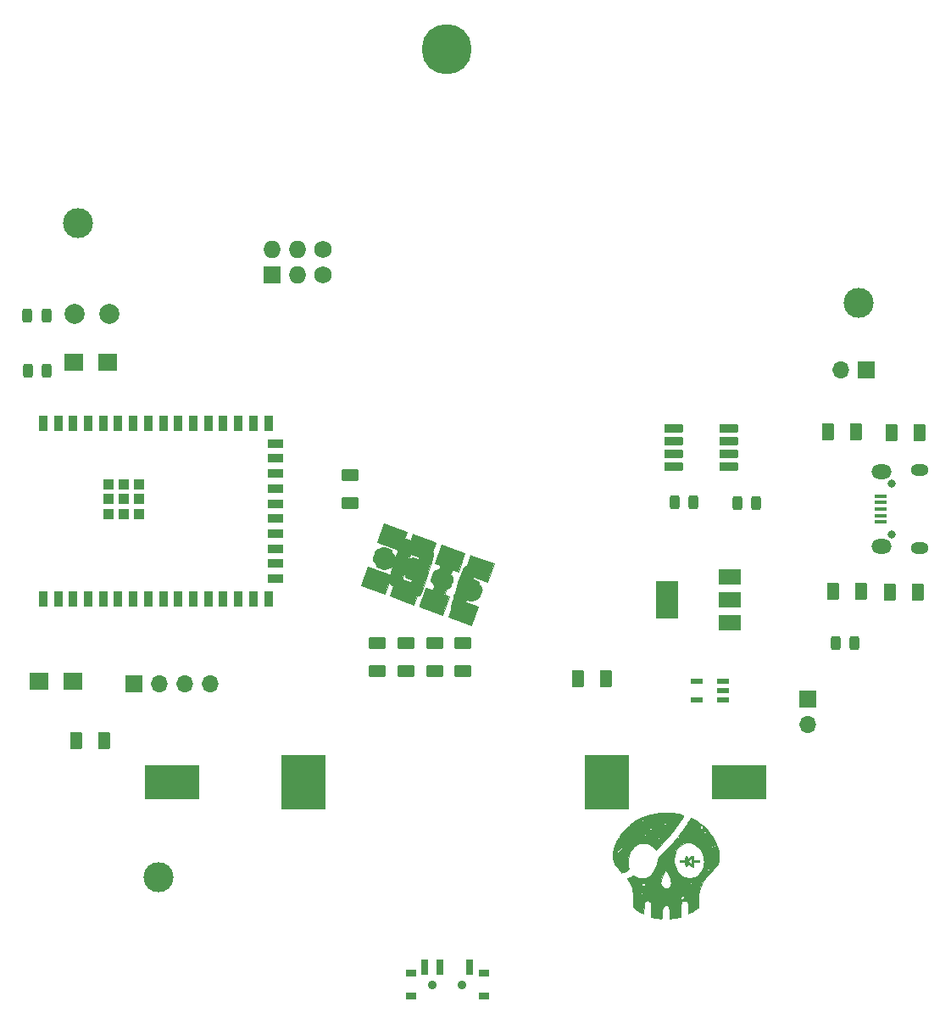
<source format=gbr>
%TF.GenerationSoftware,KiCad,Pcbnew,(6.0.7)*%
%TF.CreationDate,2022-10-04T19:13:39-05:00*%
%TF.ProjectId,BsidesCHS-2022-Badge,42736964-6573-4434-9853-2d323032322d,0*%
%TF.SameCoordinates,Original*%
%TF.FileFunction,Soldermask,Bot*%
%TF.FilePolarity,Negative*%
%FSLAX46Y46*%
G04 Gerber Fmt 4.6, Leading zero omitted, Abs format (unit mm)*
G04 Created by KiCad (PCBNEW (6.0.7)) date 2022-10-04 19:13:39*
%MOMM*%
%LPD*%
G01*
G04 APERTURE LIST*
G04 Aperture macros list*
%AMRoundRect*
0 Rectangle with rounded corners*
0 $1 Rounding radius*
0 $2 $3 $4 $5 $6 $7 $8 $9 X,Y pos of 4 corners*
0 Add a 4 corners polygon primitive as box body*
4,1,4,$2,$3,$4,$5,$6,$7,$8,$9,$2,$3,0*
0 Add four circle primitives for the rounded corners*
1,1,$1+$1,$2,$3*
1,1,$1+$1,$4,$5*
1,1,$1+$1,$6,$7*
1,1,$1+$1,$8,$9*
0 Add four rect primitives between the rounded corners*
20,1,$1+$1,$2,$3,$4,$5,0*
20,1,$1+$1,$4,$5,$6,$7,0*
20,1,$1+$1,$6,$7,$8,$9,0*
20,1,$1+$1,$8,$9,$2,$3,0*%
%AMRotRect*
0 Rectangle, with rotation*
0 The origin of the aperture is its center*
0 $1 length*
0 $2 width*
0 $3 Rotation angle, in degrees counterclockwise*
0 Add horizontal line*
21,1,$1,$2,0,0,$3*%
G04 Aperture macros list end*
%ADD10C,0.010000*%
%ADD11C,1.152494*%
%ADD12C,0.100000*%
%ADD13C,5.000000*%
%ADD14O,1.727200X1.727200*%
%ADD15R,1.727200X1.727200*%
%ADD16C,1.727200*%
%ADD17RotRect,1.955800X2.463800X70.000000*%
%ADD18RotRect,1.930400X2.438400X70.000000*%
%ADD19R,4.500000X5.500000*%
%ADD20R,5.500000X3.500000*%
%ADD21R,1.200000X0.600000*%
%ADD22R,1.700000X1.700000*%
%ADD23O,1.700000X1.700000*%
%ADD24C,3.000000*%
%ADD25RoundRect,0.250000X0.625000X-0.375000X0.625000X0.375000X-0.625000X0.375000X-0.625000X-0.375000X0*%
%ADD26RoundRect,0.250000X0.375000X0.625000X-0.375000X0.625000X-0.375000X-0.625000X0.375000X-0.625000X0*%
%ADD27RoundRect,0.250000X-0.375000X-0.625000X0.375000X-0.625000X0.375000X0.625000X-0.375000X0.625000X0*%
%ADD28R,0.900000X1.500000*%
%ADD29R,1.500000X0.900000*%
%ADD30R,1.100000X1.100000*%
%ADD31RoundRect,0.243750X0.243750X0.456250X-0.243750X0.456250X-0.243750X-0.456250X0.243750X-0.456250X0*%
%ADD32R,2.200000X1.500000*%
%ADD33R,2.200000X3.800000*%
%ADD34O,0.800000X0.800000*%
%ADD35R,1.300000X0.440000*%
%ADD36O,2.000000X1.450000*%
%ADD37O,1.800000X1.150000*%
%ADD38RoundRect,0.070000X-0.875000X0.325000X-0.875000X-0.325000X0.875000X-0.325000X0.875000X0.325000X0*%
%ADD39RoundRect,0.243750X-0.243750X-0.456250X0.243750X-0.456250X0.243750X0.456250X-0.243750X0.456250X0*%
%ADD40C,2.000000*%
%ADD41R,1.948000X1.700000*%
%ADD42R,1.000000X0.800000*%
%ADD43C,0.900000*%
%ADD44R,0.700000X1.500000*%
G04 APERTURE END LIST*
%TO.C,G\u002A\u002A\u002A*%
G36*
X146673228Y-103633389D02*
G01*
X146699373Y-103642818D01*
X146870428Y-103720862D01*
X147003318Y-103812716D01*
X147100601Y-103920632D01*
X147164837Y-104046862D01*
X147167612Y-104054819D01*
X147179719Y-104091261D01*
X147189549Y-104125956D01*
X147196432Y-104161595D01*
X147199694Y-104200873D01*
X147198663Y-104246480D01*
X147192667Y-104301111D01*
X147181034Y-104367458D01*
X147163092Y-104448212D01*
X147138167Y-104546068D01*
X147105588Y-104663718D01*
X147064683Y-104803854D01*
X147014780Y-104969168D01*
X146955205Y-105162355D01*
X146885287Y-105386106D01*
X146804354Y-105643113D01*
X146711733Y-105936071D01*
X146646402Y-106142442D01*
X146539318Y-106480112D01*
X146443925Y-106779639D01*
X146359425Y-107043327D01*
X146285020Y-107273483D01*
X146219913Y-107472412D01*
X146163305Y-107642420D01*
X146114399Y-107785812D01*
X146072397Y-107904894D01*
X146036501Y-108001971D01*
X146005914Y-108079349D01*
X145979837Y-108139334D01*
X145957473Y-108184231D01*
X145938023Y-108216346D01*
X145921589Y-108237043D01*
X145815825Y-108320440D01*
X145692929Y-108365751D01*
X145555000Y-108372600D01*
X145404139Y-108340612D01*
X145382738Y-108333241D01*
X145275227Y-108286533D01*
X145167462Y-108226143D01*
X145074527Y-108161210D01*
X145025080Y-108116577D01*
X144992004Y-108071410D01*
X144952559Y-108003612D01*
X144923016Y-107944235D01*
X144890388Y-107864950D01*
X144875936Y-107800873D01*
X144875865Y-107731027D01*
X144878733Y-107699433D01*
X144891510Y-107624720D01*
X144918145Y-107511152D01*
X144958320Y-107359764D01*
X145011715Y-107171593D01*
X145078012Y-106947671D01*
X145156893Y-106689035D01*
X145248039Y-106396719D01*
X145351133Y-106071758D01*
X145465854Y-105715186D01*
X145591886Y-105328040D01*
X145728909Y-104911353D01*
X145837311Y-104584249D01*
X145905336Y-104380328D01*
X145961889Y-104212776D01*
X146008481Y-104077670D01*
X146046626Y-103971086D01*
X146077836Y-103889101D01*
X146103623Y-103827792D01*
X146125500Y-103783236D01*
X146144980Y-103751508D01*
X146163576Y-103728685D01*
X146169423Y-103722780D01*
X146276795Y-103642559D01*
X146394608Y-103601214D01*
X146525779Y-103598304D01*
X146673228Y-103633389D01*
G37*
D10*
X146673228Y-103633389D02*
X146699373Y-103642818D01*
X146870428Y-103720862D01*
X147003318Y-103812716D01*
X147100601Y-103920632D01*
X147164837Y-104046862D01*
X147167612Y-104054819D01*
X147179719Y-104091261D01*
X147189549Y-104125956D01*
X147196432Y-104161595D01*
X147199694Y-104200873D01*
X147198663Y-104246480D01*
X147192667Y-104301111D01*
X147181034Y-104367458D01*
X147163092Y-104448212D01*
X147138167Y-104546068D01*
X147105588Y-104663718D01*
X147064683Y-104803854D01*
X147014780Y-104969168D01*
X146955205Y-105162355D01*
X146885287Y-105386106D01*
X146804354Y-105643113D01*
X146711733Y-105936071D01*
X146646402Y-106142442D01*
X146539318Y-106480112D01*
X146443925Y-106779639D01*
X146359425Y-107043327D01*
X146285020Y-107273483D01*
X146219913Y-107472412D01*
X146163305Y-107642420D01*
X146114399Y-107785812D01*
X146072397Y-107904894D01*
X146036501Y-108001971D01*
X146005914Y-108079349D01*
X145979837Y-108139334D01*
X145957473Y-108184231D01*
X145938023Y-108216346D01*
X145921589Y-108237043D01*
X145815825Y-108320440D01*
X145692929Y-108365751D01*
X145555000Y-108372600D01*
X145404139Y-108340612D01*
X145382738Y-108333241D01*
X145275227Y-108286533D01*
X145167462Y-108226143D01*
X145074527Y-108161210D01*
X145025080Y-108116577D01*
X144992004Y-108071410D01*
X144952559Y-108003612D01*
X144923016Y-107944235D01*
X144890388Y-107864950D01*
X144875936Y-107800873D01*
X144875865Y-107731027D01*
X144878733Y-107699433D01*
X144891510Y-107624720D01*
X144918145Y-107511152D01*
X144958320Y-107359764D01*
X145011715Y-107171593D01*
X145078012Y-106947671D01*
X145156893Y-106689035D01*
X145248039Y-106396719D01*
X145351133Y-106071758D01*
X145465854Y-105715186D01*
X145591886Y-105328040D01*
X145728909Y-104911353D01*
X145837311Y-104584249D01*
X145905336Y-104380328D01*
X145961889Y-104212776D01*
X146008481Y-104077670D01*
X146046626Y-103971086D01*
X146077836Y-103889101D01*
X146103623Y-103827792D01*
X146125500Y-103783236D01*
X146144980Y-103751508D01*
X146163576Y-103728685D01*
X146169423Y-103722780D01*
X146276795Y-103642559D01*
X146394608Y-103601214D01*
X146525779Y-103598304D01*
X146673228Y-103633389D01*
G36*
X150690020Y-105426019D02*
G01*
X150800116Y-105459662D01*
X150805146Y-105461480D01*
X150969413Y-105531356D01*
X151096650Y-105610193D01*
X151191945Y-105702690D01*
X151260388Y-105813544D01*
X151298872Y-105917379D01*
X151310427Y-105959394D01*
X151319079Y-105999822D01*
X151324063Y-106041841D01*
X151324617Y-106088628D01*
X151319977Y-106143359D01*
X151309379Y-106209212D01*
X151292059Y-106289363D01*
X151267254Y-106386991D01*
X151234201Y-106505272D01*
X151192136Y-106647383D01*
X151140295Y-106816502D01*
X151077916Y-107015804D01*
X151004233Y-107248469D01*
X150918484Y-107517671D01*
X150901410Y-107571192D01*
X150801716Y-107882414D01*
X150704678Y-108182958D01*
X150611181Y-108470198D01*
X150522111Y-108741508D01*
X150438355Y-108994263D01*
X150360800Y-109225838D01*
X150290333Y-109433606D01*
X150227838Y-109614941D01*
X150174204Y-109767218D01*
X150130315Y-109887811D01*
X150097060Y-109974095D01*
X150075324Y-110023443D01*
X150071005Y-110030918D01*
X149989970Y-110115388D01*
X149883686Y-110173799D01*
X149762697Y-110202696D01*
X149637546Y-110198627D01*
X149591786Y-110187923D01*
X149416714Y-110123485D01*
X149274410Y-110041983D01*
X149199060Y-109980879D01*
X149101633Y-109873794D01*
X149038190Y-109760324D01*
X149007457Y-109634565D01*
X149008157Y-109490615D01*
X149039016Y-109322573D01*
X149048795Y-109285188D01*
X149070596Y-109208982D01*
X149103944Y-109097470D01*
X149147527Y-108954755D01*
X149200037Y-108784943D01*
X149260162Y-108592135D01*
X149326592Y-108380438D01*
X149398018Y-108153953D01*
X149473128Y-107916786D01*
X149550613Y-107673040D01*
X149629162Y-107426819D01*
X149707466Y-107182228D01*
X149784213Y-106943369D01*
X149858094Y-106714347D01*
X149927798Y-106499266D01*
X149992015Y-106302230D01*
X150049434Y-106127342D01*
X150098747Y-105978707D01*
X150138641Y-105860429D01*
X150167808Y-105776611D01*
X150177063Y-105751282D01*
X150223809Y-105643877D01*
X150275694Y-105567060D01*
X150342683Y-105509359D01*
X150427869Y-105462514D01*
X150518129Y-105427407D01*
X150600769Y-105415255D01*
X150690020Y-105426019D01*
G37*
X150690020Y-105426019D02*
X150800116Y-105459662D01*
X150805146Y-105461480D01*
X150969413Y-105531356D01*
X151096650Y-105610193D01*
X151191945Y-105702690D01*
X151260388Y-105813544D01*
X151298872Y-105917379D01*
X151310427Y-105959394D01*
X151319079Y-105999822D01*
X151324063Y-106041841D01*
X151324617Y-106088628D01*
X151319977Y-106143359D01*
X151309379Y-106209212D01*
X151292059Y-106289363D01*
X151267254Y-106386991D01*
X151234201Y-106505272D01*
X151192136Y-106647383D01*
X151140295Y-106816502D01*
X151077916Y-107015804D01*
X151004233Y-107248469D01*
X150918484Y-107517671D01*
X150901410Y-107571192D01*
X150801716Y-107882414D01*
X150704678Y-108182958D01*
X150611181Y-108470198D01*
X150522111Y-108741508D01*
X150438355Y-108994263D01*
X150360800Y-109225838D01*
X150290333Y-109433606D01*
X150227838Y-109614941D01*
X150174204Y-109767218D01*
X150130315Y-109887811D01*
X150097060Y-109974095D01*
X150075324Y-110023443D01*
X150071005Y-110030918D01*
X149989970Y-110115388D01*
X149883686Y-110173799D01*
X149762697Y-110202696D01*
X149637546Y-110198627D01*
X149591786Y-110187923D01*
X149416714Y-110123485D01*
X149274410Y-110041983D01*
X149199060Y-109980879D01*
X149101633Y-109873794D01*
X149038190Y-109760324D01*
X149007457Y-109634565D01*
X149008157Y-109490615D01*
X149039016Y-109322573D01*
X149048795Y-109285188D01*
X149070596Y-109208982D01*
X149103944Y-109097470D01*
X149147527Y-108954755D01*
X149200037Y-108784943D01*
X149260162Y-108592135D01*
X149326592Y-108380438D01*
X149398018Y-108153953D01*
X149473128Y-107916786D01*
X149550613Y-107673040D01*
X149629162Y-107426819D01*
X149707466Y-107182228D01*
X149784213Y-106943369D01*
X149858094Y-106714347D01*
X149927798Y-106499266D01*
X149992015Y-106302230D01*
X150049434Y-106127342D01*
X150098747Y-105978707D01*
X150138641Y-105860429D01*
X150167808Y-105776611D01*
X150177063Y-105751282D01*
X150223809Y-105643877D01*
X150275694Y-105567060D01*
X150342683Y-105509359D01*
X150427869Y-105462514D01*
X150518129Y-105427407D01*
X150600769Y-105415255D01*
X150690020Y-105426019D01*
G36*
X152772868Y-106355831D02*
G01*
X152901471Y-106397125D01*
X153028175Y-106456043D01*
X153142126Y-106528729D01*
X153188972Y-106567257D01*
X153268688Y-106650973D01*
X153325303Y-106740351D01*
X153359244Y-106840479D01*
X153370936Y-106956446D01*
X153360804Y-107093339D01*
X153329274Y-107256247D01*
X153276771Y-107450258D01*
X153265843Y-107486526D01*
X153202162Y-107693643D01*
X153132502Y-107917174D01*
X153057991Y-108153696D01*
X152979760Y-108399786D01*
X152898937Y-108652023D01*
X152816652Y-108906984D01*
X152734035Y-109161247D01*
X152652214Y-109411390D01*
X152572319Y-109653992D01*
X152495479Y-109885629D01*
X152422824Y-110102881D01*
X152355483Y-110302323D01*
X152294585Y-110480536D01*
X152241260Y-110634095D01*
X152196637Y-110759580D01*
X152161845Y-110853568D01*
X152138014Y-110912637D01*
X152129536Y-110929748D01*
X152052161Y-111016780D01*
X151948554Y-111078305D01*
X151828181Y-111111566D01*
X151700510Y-111113808D01*
X151588078Y-111087357D01*
X151424797Y-111017414D01*
X151296886Y-110939865D01*
X151197429Y-110849126D01*
X151119512Y-110739612D01*
X151091299Y-110686167D01*
X151072382Y-110642770D01*
X151058459Y-110597765D01*
X151050218Y-110547997D01*
X151048346Y-110490312D01*
X151053532Y-110421555D01*
X151066461Y-110338573D01*
X151087823Y-110238211D01*
X151118304Y-110117314D01*
X151158591Y-109972728D01*
X151209374Y-109801299D01*
X151271338Y-109599874D01*
X151345172Y-109365296D01*
X151431562Y-109094413D01*
X151452430Y-109029294D01*
X151570679Y-108660689D01*
X151676818Y-108330259D01*
X151771587Y-108035841D01*
X151855725Y-107775275D01*
X151929971Y-107546398D01*
X151995066Y-107347049D01*
X152051748Y-107175066D01*
X152100758Y-107028287D01*
X152142835Y-106904552D01*
X152178718Y-106801697D01*
X152209146Y-106717563D01*
X152234861Y-106649986D01*
X152256600Y-106596805D01*
X152275103Y-106555859D01*
X152291111Y-106524986D01*
X152305362Y-106502025D01*
X152318596Y-106484813D01*
X152325541Y-106477189D01*
X152395763Y-106411453D01*
X152460731Y-106370923D01*
X152538008Y-106345142D01*
X152553379Y-106341531D01*
X152653219Y-106336015D01*
X152772868Y-106355831D01*
G37*
X152772868Y-106355831D02*
X152901471Y-106397125D01*
X153028175Y-106456043D01*
X153142126Y-106528729D01*
X153188972Y-106567257D01*
X153268688Y-106650973D01*
X153325303Y-106740351D01*
X153359244Y-106840479D01*
X153370936Y-106956446D01*
X153360804Y-107093339D01*
X153329274Y-107256247D01*
X153276771Y-107450258D01*
X153265843Y-107486526D01*
X153202162Y-107693643D01*
X153132502Y-107917174D01*
X153057991Y-108153696D01*
X152979760Y-108399786D01*
X152898937Y-108652023D01*
X152816652Y-108906984D01*
X152734035Y-109161247D01*
X152652214Y-109411390D01*
X152572319Y-109653992D01*
X152495479Y-109885629D01*
X152422824Y-110102881D01*
X152355483Y-110302323D01*
X152294585Y-110480536D01*
X152241260Y-110634095D01*
X152196637Y-110759580D01*
X152161845Y-110853568D01*
X152138014Y-110912637D01*
X152129536Y-110929748D01*
X152052161Y-111016780D01*
X151948554Y-111078305D01*
X151828181Y-111111566D01*
X151700510Y-111113808D01*
X151588078Y-111087357D01*
X151424797Y-111017414D01*
X151296886Y-110939865D01*
X151197429Y-110849126D01*
X151119512Y-110739612D01*
X151091299Y-110686167D01*
X151072382Y-110642770D01*
X151058459Y-110597765D01*
X151050218Y-110547997D01*
X151048346Y-110490312D01*
X151053532Y-110421555D01*
X151066461Y-110338573D01*
X151087823Y-110238211D01*
X151118304Y-110117314D01*
X151158591Y-109972728D01*
X151209374Y-109801299D01*
X151271338Y-109599874D01*
X151345172Y-109365296D01*
X151431562Y-109094413D01*
X151452430Y-109029294D01*
X151570679Y-108660689D01*
X151676818Y-108330259D01*
X151771587Y-108035841D01*
X151855725Y-107775275D01*
X151929971Y-107546398D01*
X151995066Y-107347049D01*
X152051748Y-107175066D01*
X152100758Y-107028287D01*
X152142835Y-106904552D01*
X152178718Y-106801697D01*
X152209146Y-106717563D01*
X152234861Y-106649986D01*
X152256600Y-106596805D01*
X152275103Y-106555859D01*
X152291111Y-106524986D01*
X152305362Y-106502025D01*
X152318596Y-106484813D01*
X152325541Y-106477189D01*
X152395763Y-106411453D01*
X152460731Y-106370923D01*
X152538008Y-106345142D01*
X152553379Y-106341531D01*
X152653219Y-106336015D01*
X152772868Y-106355831D01*
G36*
X148706084Y-104535762D02*
G01*
X148870009Y-104591843D01*
X149017403Y-104680300D01*
X149140102Y-104796943D01*
X149177801Y-104846690D01*
X149225912Y-104922614D01*
X149253133Y-104986138D01*
X149266488Y-105056686D01*
X149270272Y-105102369D01*
X149271726Y-105143259D01*
X149270491Y-105187280D01*
X149265843Y-105236961D01*
X149257059Y-105294833D01*
X149243416Y-105363427D01*
X149224190Y-105445274D01*
X149198658Y-105542903D01*
X149166096Y-105658846D01*
X149125782Y-105795632D01*
X149076992Y-105955793D01*
X149019002Y-106141858D01*
X148951090Y-106356359D01*
X148872531Y-106601825D01*
X148782603Y-106880788D01*
X148680582Y-107195778D01*
X148607769Y-107420031D01*
X148503964Y-107738625D01*
X148412016Y-108018853D01*
X148331201Y-108262771D01*
X148260796Y-108472432D01*
X148200078Y-108649892D01*
X148148323Y-108797207D01*
X148104808Y-108916432D01*
X148068809Y-109009620D01*
X148039604Y-109078829D01*
X148016469Y-109126111D01*
X147998680Y-109153524D01*
X147996977Y-109155460D01*
X147900388Y-109230577D01*
X147781699Y-109274059D01*
X147648041Y-109284895D01*
X147506543Y-109262073D01*
X147430502Y-109235859D01*
X147296399Y-109173773D01*
X147192733Y-109108386D01*
X147107845Y-109031932D01*
X147083423Y-109004657D01*
X147017660Y-108904157D01*
X146969660Y-108784426D01*
X146946853Y-108665183D01*
X146945953Y-108639791D01*
X146950384Y-108595611D01*
X146963927Y-108526272D01*
X146986954Y-108430550D01*
X147019836Y-108307217D01*
X147062945Y-108155048D01*
X147116655Y-107972817D01*
X147181336Y-107759298D01*
X147257361Y-107513265D01*
X147345102Y-107233492D01*
X147444931Y-106918754D01*
X147557221Y-106567823D01*
X147682343Y-106179474D01*
X147820669Y-105752482D01*
X147845260Y-105676776D01*
X147915011Y-105462061D01*
X147972996Y-105283799D01*
X148020614Y-105138208D01*
X148059267Y-105021506D01*
X148090354Y-104929913D01*
X148115275Y-104859646D01*
X148135431Y-104806925D01*
X148152220Y-104767967D01*
X148167044Y-104738991D01*
X148181302Y-104716216D01*
X148196395Y-104695861D01*
X148213722Y-104674144D01*
X148218870Y-104667675D01*
X148303810Y-104582485D01*
X148399271Y-104533850D01*
X148516247Y-104516483D01*
X148533792Y-104516246D01*
X148706084Y-104535762D01*
G37*
X148706084Y-104535762D02*
X148870009Y-104591843D01*
X149017403Y-104680300D01*
X149140102Y-104796943D01*
X149177801Y-104846690D01*
X149225912Y-104922614D01*
X149253133Y-104986138D01*
X149266488Y-105056686D01*
X149270272Y-105102369D01*
X149271726Y-105143259D01*
X149270491Y-105187280D01*
X149265843Y-105236961D01*
X149257059Y-105294833D01*
X149243416Y-105363427D01*
X149224190Y-105445274D01*
X149198658Y-105542903D01*
X149166096Y-105658846D01*
X149125782Y-105795632D01*
X149076992Y-105955793D01*
X149019002Y-106141858D01*
X148951090Y-106356359D01*
X148872531Y-106601825D01*
X148782603Y-106880788D01*
X148680582Y-107195778D01*
X148607769Y-107420031D01*
X148503964Y-107738625D01*
X148412016Y-108018853D01*
X148331201Y-108262771D01*
X148260796Y-108472432D01*
X148200078Y-108649892D01*
X148148323Y-108797207D01*
X148104808Y-108916432D01*
X148068809Y-109009620D01*
X148039604Y-109078829D01*
X148016469Y-109126111D01*
X147998680Y-109153524D01*
X147996977Y-109155460D01*
X147900388Y-109230577D01*
X147781699Y-109274059D01*
X147648041Y-109284895D01*
X147506543Y-109262073D01*
X147430502Y-109235859D01*
X147296399Y-109173773D01*
X147192733Y-109108386D01*
X147107845Y-109031932D01*
X147083423Y-109004657D01*
X147017660Y-108904157D01*
X146969660Y-108784426D01*
X146946853Y-108665183D01*
X146945953Y-108639791D01*
X146950384Y-108595611D01*
X146963927Y-108526272D01*
X146986954Y-108430550D01*
X147019836Y-108307217D01*
X147062945Y-108155048D01*
X147116655Y-107972817D01*
X147181336Y-107759298D01*
X147257361Y-107513265D01*
X147345102Y-107233492D01*
X147444931Y-106918754D01*
X147557221Y-106567823D01*
X147682343Y-106179474D01*
X147820669Y-105752482D01*
X147845260Y-105676776D01*
X147915011Y-105462061D01*
X147972996Y-105283799D01*
X148020614Y-105138208D01*
X148059267Y-105021506D01*
X148090354Y-104929913D01*
X148115275Y-104859646D01*
X148135431Y-104806925D01*
X148152220Y-104767967D01*
X148167044Y-104738991D01*
X148181302Y-104716216D01*
X148196395Y-104695861D01*
X148213722Y-104674144D01*
X148218870Y-104667675D01*
X148303810Y-104582485D01*
X148399271Y-104533850D01*
X148516247Y-104516483D01*
X148533792Y-104516246D01*
X148706084Y-104535762D01*
%TO.C,D4*%
D11*
X147870847Y-106629200D02*
G75*
G03*
X147870847Y-106629200I-576247J0D01*
G01*
G36*
X149552249Y-103991062D02*
G01*
X148892013Y-105805045D01*
X146600667Y-104971063D01*
X147260903Y-103157080D01*
X149552249Y-103991062D01*
G37*
D12*
X149552249Y-103991062D02*
X148892013Y-105805045D01*
X146600667Y-104971063D01*
X147260903Y-103157080D01*
X149552249Y-103991062D01*
G36*
X148012401Y-108296024D02*
G01*
X147334791Y-110157743D01*
X144995708Y-109306387D01*
X145673318Y-107444668D01*
X148012401Y-108296024D01*
G37*
X148012401Y-108296024D02*
X147334791Y-110157743D01*
X144995708Y-109306387D01*
X145673318Y-107444668D01*
X148012401Y-108296024D01*
%TO.C,D1*%
D11*
X144975247Y-105573263D02*
G75*
G03*
X144975247Y-105573263I-576247J0D01*
G01*
G36*
X146656649Y-102935125D02*
G01*
X145996413Y-104749108D01*
X143705067Y-103915126D01*
X144365303Y-102101143D01*
X146656649Y-102935125D01*
G37*
D12*
X146656649Y-102935125D02*
X145996413Y-104749108D01*
X143705067Y-103915126D01*
X144365303Y-102101143D01*
X146656649Y-102935125D01*
G36*
X145116801Y-107240087D02*
G01*
X144439191Y-109101806D01*
X142100108Y-108250450D01*
X142777718Y-106388731D01*
X145116801Y-107240087D01*
G37*
X145116801Y-107240087D02*
X144439191Y-109101806D01*
X142100108Y-108250450D01*
X142777718Y-106388731D01*
X145116801Y-107240087D01*
%TO.C,D6*%
D11*
X153656505Y-108722863D02*
G75*
G03*
X153656505Y-108722863I-576247J0D01*
G01*
G36*
X155337907Y-106084725D02*
G01*
X154677671Y-107898708D01*
X152386325Y-107064726D01*
X153046561Y-105250743D01*
X155337907Y-106084725D01*
G37*
D12*
X155337907Y-106084725D02*
X154677671Y-107898708D01*
X152386325Y-107064726D01*
X153046561Y-105250743D01*
X155337907Y-106084725D01*
G36*
X153798059Y-110389687D02*
G01*
X153120449Y-112251406D01*
X150781366Y-111400050D01*
X151458976Y-109538331D01*
X153798059Y-110389687D01*
G37*
X153798059Y-110389687D02*
X153120449Y-112251406D01*
X150781366Y-111400050D01*
X151458976Y-109538331D01*
X153798059Y-110389687D01*
%TO.C,D5*%
D11*
X150760905Y-107681463D02*
G75*
G03*
X150760905Y-107681463I-576247J0D01*
G01*
G36*
X152442307Y-105043325D02*
G01*
X151782071Y-106857308D01*
X149490725Y-106023326D01*
X150150961Y-104209343D01*
X152442307Y-105043325D01*
G37*
D12*
X152442307Y-105043325D02*
X151782071Y-106857308D01*
X149490725Y-106023326D01*
X150150961Y-104209343D01*
X152442307Y-105043325D01*
G36*
X150902459Y-109348287D02*
G01*
X150224849Y-111210006D01*
X147885766Y-110358650D01*
X148563376Y-108496931D01*
X150902459Y-109348287D01*
G37*
X150902459Y-109348287D02*
X150224849Y-111210006D01*
X147885766Y-110358650D01*
X148563376Y-108496931D01*
X150902459Y-109348287D01*
%TO.C,G\u002A\u002A\u002A*%
G36*
X176988572Y-133029740D02*
G01*
X177074760Y-133148694D01*
X177214594Y-133341689D01*
X177321054Y-133523892D01*
X177385635Y-133634422D01*
X177424792Y-133717821D01*
X177430940Y-133732303D01*
X177499740Y-133894366D01*
X177579282Y-134097783D01*
X177649182Y-134291823D01*
X177651670Y-134298730D01*
X177658431Y-134318540D01*
X177713662Y-134485145D01*
X177751520Y-134618299D01*
X177775349Y-134740323D01*
X177786418Y-134852508D01*
X177788492Y-134873536D01*
X177791160Y-134950200D01*
X177794294Y-135040261D01*
X177796097Y-135262816D01*
X177796375Y-135342751D01*
X177795348Y-135508918D01*
X177793146Y-135553348D01*
X177788277Y-135651645D01*
X177771504Y-135772636D01*
X177770602Y-135779143D01*
X177737766Y-135899623D01*
X177685209Y-136021296D01*
X177608372Y-136152373D01*
X177546281Y-136239739D01*
X177502698Y-136301065D01*
X177463337Y-136350457D01*
X177363626Y-136475583D01*
X177214462Y-136651309D01*
X177186597Y-136684137D01*
X176967054Y-136934940D01*
X176700437Y-137236200D01*
X176662274Y-137279510D01*
X176482096Y-137494660D01*
X176451153Y-137531609D01*
X176381500Y-137626969D01*
X176295117Y-137745234D01*
X176286667Y-137756803D01*
X176156920Y-137974709D01*
X176128134Y-138036704D01*
X176050019Y-138204944D01*
X175954068Y-138467123D01*
X175947591Y-138486662D01*
X175947369Y-138487334D01*
X175915926Y-138584354D01*
X175898014Y-138639626D01*
X175891438Y-138662508D01*
X175861998Y-138764960D01*
X175836894Y-138880853D01*
X175820273Y-139004821D01*
X175816850Y-139053277D01*
X175810776Y-139139280D01*
X175809710Y-139154383D01*
X175804033Y-139312124D01*
X175802777Y-139347055D01*
X175797046Y-139600354D01*
X175796942Y-139604755D01*
X175796747Y-139613016D01*
X175792286Y-139802334D01*
X175785841Y-140014908D01*
X175778915Y-140192119D01*
X175772075Y-140319706D01*
X175765889Y-140383409D01*
X175763380Y-140390108D01*
X175713152Y-140444160D01*
X175611883Y-140522787D01*
X175474920Y-140616292D01*
X175317608Y-140714977D01*
X175155295Y-140809144D01*
X175003325Y-140889094D01*
X174877046Y-140945129D01*
X174769584Y-140985650D01*
X174769584Y-140513831D01*
X174768998Y-140424100D01*
X174756845Y-140162365D01*
X174725783Y-139967683D01*
X174671614Y-139832362D01*
X174590139Y-139748709D01*
X174477159Y-139709033D01*
X174328476Y-139705642D01*
X174308217Y-139707222D01*
X174207754Y-139725338D01*
X174145431Y-139772508D01*
X174089006Y-139870996D01*
X174077286Y-139896612D01*
X174050195Y-139976494D01*
X174029716Y-140080147D01*
X174014184Y-140221166D01*
X174001938Y-140413148D01*
X173991313Y-140669687D01*
X173968508Y-141314967D01*
X173831738Y-141350713D01*
X173758405Y-141369074D01*
X173613740Y-141403317D01*
X173460508Y-141437915D01*
X173357503Y-141457994D01*
X173194893Y-141481879D01*
X173063716Y-141492478D01*
X172901387Y-141495585D01*
X172887870Y-140956459D01*
X172881480Y-140755401D01*
X172871230Y-140579855D01*
X172856330Y-140456748D01*
X172835003Y-140372196D01*
X172805475Y-140312311D01*
X172746526Y-140243686D01*
X172623878Y-140178660D01*
X172488685Y-140177648D01*
X172358878Y-140239062D01*
X172252388Y-140361312D01*
X172251056Y-140363603D01*
X172217413Y-140432444D01*
X172194853Y-140512384D01*
X172181226Y-140620174D01*
X172174382Y-140772571D01*
X172172170Y-140986328D01*
X172170969Y-141476046D01*
X172014661Y-141486013D01*
X171962732Y-141485678D01*
X171825260Y-141472077D01*
X171651739Y-141444927D01*
X171467584Y-141407859D01*
X171076815Y-141319739D01*
X171075946Y-140674969D01*
X171075184Y-140499140D01*
X171071632Y-140294353D01*
X171064113Y-140145481D01*
X171051421Y-140039239D01*
X171032349Y-139962347D01*
X171005690Y-139901521D01*
X170979593Y-139866898D01*
X173558200Y-139866898D01*
X173558201Y-139867337D01*
X173580700Y-139893336D01*
X173644835Y-139858115D01*
X173746606Y-139763862D01*
X173784925Y-139722135D01*
X173839101Y-139650717D01*
X173850913Y-139613016D01*
X173846524Y-139611413D01*
X173800503Y-139633412D01*
X173726995Y-139688752D01*
X173647664Y-139758641D01*
X173584177Y-139824287D01*
X173558200Y-139866898D01*
X170979593Y-139866898D01*
X170934903Y-139807609D01*
X170808651Y-139726354D01*
X170666491Y-139700935D01*
X170562957Y-139725750D01*
X170528904Y-139733912D01*
X170416371Y-139827848D01*
X170401366Y-139849193D01*
X170371561Y-139906374D01*
X170350874Y-139981203D01*
X170337029Y-140088808D01*
X170327747Y-140244314D01*
X170320750Y-140462848D01*
X170312687Y-140684296D01*
X170300199Y-140855232D01*
X170283485Y-140955105D01*
X170262135Y-140987579D01*
X170260906Y-140987508D01*
X170207575Y-140967136D01*
X170102102Y-140915691D01*
X169959185Y-140840643D01*
X169793524Y-140749461D01*
X169698494Y-140695383D01*
X169535071Y-140596592D01*
X169425093Y-140518399D01*
X169356795Y-140451854D01*
X169318410Y-140388005D01*
X169317719Y-140386326D01*
X169294971Y-140292339D01*
X169279275Y-140136941D01*
X169270265Y-139914627D01*
X169268357Y-139705373D01*
X169893924Y-139705373D01*
X169902748Y-139724657D01*
X169956249Y-139765833D01*
X170014411Y-139750963D01*
X170034095Y-139725750D01*
X170030162Y-139677874D01*
X169959867Y-139658969D01*
X169913186Y-139668502D01*
X169893924Y-139705373D01*
X169268357Y-139705373D01*
X169267577Y-139619892D01*
X170822815Y-139619892D01*
X170823263Y-139628736D01*
X170840048Y-139658969D01*
X170846316Y-139657171D01*
X170881431Y-139619892D01*
X170887537Y-139604755D01*
X170864198Y-139580816D01*
X170852856Y-139582317D01*
X170822815Y-139619892D01*
X169267577Y-139619892D01*
X169266084Y-139449892D01*
X173639539Y-139449892D01*
X173654285Y-139500062D01*
X173674553Y-139519741D01*
X173746121Y-139540496D01*
X173771892Y-139539079D01*
X173785804Y-139524642D01*
X173736899Y-139482284D01*
X173724495Y-139474988D01*
X173979460Y-139474988D01*
X174021547Y-139524642D01*
X174043811Y-139550909D01*
X174074635Y-139569578D01*
X174112636Y-139572340D01*
X174164509Y-139539848D01*
X174251815Y-139462990D01*
X174338188Y-139375920D01*
X174371508Y-139312124D01*
X174337397Y-139278193D01*
X174235354Y-139268200D01*
X174144194Y-139278264D01*
X174039391Y-139324290D01*
X174005006Y-139365892D01*
X173981233Y-139394656D01*
X173979460Y-139474988D01*
X173724495Y-139474988D01*
X173675985Y-139446455D01*
X173639539Y-139449892D01*
X169266084Y-139449892D01*
X169265506Y-139384087D01*
X169264672Y-139365892D01*
X170783738Y-139365892D01*
X170803277Y-139385431D01*
X170822815Y-139365892D01*
X170803277Y-139346354D01*
X170783738Y-139365892D01*
X169264672Y-139365892D01*
X169249487Y-139034653D01*
X169244647Y-138993684D01*
X170007537Y-138993684D01*
X170016712Y-139048768D01*
X170080354Y-139072816D01*
X170125779Y-139080143D01*
X170158508Y-139111892D01*
X170159643Y-139121233D01*
X170197584Y-139150969D01*
X170214840Y-139150551D01*
X170232831Y-139139280D01*
X170226041Y-139096492D01*
X170211513Y-139053277D01*
X174691431Y-139053277D01*
X174710969Y-139072816D01*
X174730508Y-139053277D01*
X174710969Y-139033739D01*
X174691431Y-139053277D01*
X170211513Y-139053277D01*
X170193959Y-139001058D01*
X170168612Y-138938113D01*
X170131775Y-138902030D01*
X170076728Y-138918448D01*
X170053430Y-138933155D01*
X170007537Y-138993684D01*
X169244647Y-138993684D01*
X169214048Y-138734654D01*
X169198131Y-138662508D01*
X170197584Y-138662508D01*
X170217123Y-138682046D01*
X170236661Y-138662508D01*
X175199431Y-138662508D01*
X175218969Y-138682046D01*
X175238508Y-138662508D01*
X175218969Y-138642969D01*
X175199431Y-138662508D01*
X170236661Y-138662508D01*
X170217123Y-138642969D01*
X170197584Y-138662508D01*
X169198131Y-138662508D01*
X169190018Y-138625737D01*
X173675431Y-138625737D01*
X173676447Y-138629637D01*
X173714508Y-138642969D01*
X173725218Y-138641379D01*
X173753584Y-138601586D01*
X173750516Y-138587452D01*
X173714508Y-138584354D01*
X173702813Y-138592374D01*
X173675431Y-138625737D01*
X169190018Y-138625737D01*
X169171506Y-138541828D01*
X174269287Y-138541828D01*
X174298456Y-138586129D01*
X174361357Y-138597274D01*
X174401744Y-138584354D01*
X175082200Y-138584354D01*
X175101738Y-138603892D01*
X175121277Y-138584354D01*
X175101738Y-138564816D01*
X175082200Y-138584354D01*
X174401744Y-138584354D01*
X174428177Y-138575898D01*
X174469102Y-138522640D01*
X174475396Y-138491416D01*
X174464087Y-138466338D01*
X175246856Y-138466338D01*
X175249386Y-138491416D01*
X175251533Y-138512713D01*
X175263287Y-138518826D01*
X175277584Y-138486662D01*
X175274764Y-138465974D01*
X175251533Y-138460610D01*
X175246856Y-138466338D01*
X174464087Y-138466338D01*
X174459160Y-138455413D01*
X174385862Y-138455053D01*
X174313374Y-138478534D01*
X174270483Y-138526885D01*
X174269287Y-138541828D01*
X169171506Y-138541828D01*
X169154922Y-138466662D01*
X169067842Y-138213246D01*
X168998390Y-138064058D01*
X170031152Y-138064058D01*
X170110162Y-138143069D01*
X170122944Y-138154562D01*
X170223140Y-138212292D01*
X170345342Y-138250637D01*
X170440137Y-138264043D01*
X170485223Y-138254733D01*
X170489307Y-138216851D01*
X170484126Y-138187588D01*
X170474113Y-138106562D01*
X170446240Y-138056820D01*
X170376408Y-137996558D01*
X170321483Y-137966592D01*
X172003616Y-137966592D01*
X172039041Y-138107190D01*
X172108718Y-138216851D01*
X172120234Y-138234977D01*
X172248487Y-138363630D01*
X172370150Y-138444334D01*
X172539966Y-138487413D01*
X172706759Y-138461253D01*
X172855667Y-138368935D01*
X172971831Y-138213545D01*
X173017222Y-138103757D01*
X173044064Y-137939635D01*
X173891332Y-137939635D01*
X173897227Y-138002020D01*
X173901116Y-138010364D01*
X173946703Y-138048729D01*
X174000914Y-138054709D01*
X174027123Y-138022523D01*
X174026625Y-138016371D01*
X174002274Y-137975374D01*
X174886815Y-137975374D01*
X174906174Y-138022523D01*
X174911717Y-138036024D01*
X174984683Y-138090680D01*
X175072431Y-138104975D01*
X175143022Y-138081606D01*
X175150792Y-138036704D01*
X175087851Y-137964237D01*
X175065299Y-137947687D01*
X174987645Y-137923348D01*
X174917399Y-137933173D01*
X174886815Y-137975374D01*
X174002274Y-137975374D01*
X173996072Y-137964933D01*
X173942298Y-137925521D01*
X173899220Y-137924206D01*
X173896210Y-137930093D01*
X173891332Y-137939635D01*
X173044064Y-137939635D01*
X173045625Y-137930093D01*
X173038087Y-137853750D01*
X174105518Y-137853750D01*
X174133056Y-137861431D01*
X174167946Y-137847910D01*
X174227492Y-137793046D01*
X174253585Y-137758838D01*
X174256113Y-137745234D01*
X174202969Y-137781989D01*
X174149246Y-137821190D01*
X174108533Y-137850373D01*
X174105518Y-137853750D01*
X173038087Y-137853750D01*
X173025913Y-137730443D01*
X172991210Y-137606645D01*
X176067472Y-137606645D01*
X176072149Y-137653021D01*
X176083902Y-137659134D01*
X176098200Y-137626969D01*
X176095380Y-137606282D01*
X176072149Y-137600918D01*
X176067472Y-137606645D01*
X172991210Y-137606645D01*
X172963398Y-137507432D01*
X173597277Y-137507432D01*
X173601311Y-137529075D01*
X173640807Y-137568682D01*
X173689519Y-137560779D01*
X173700128Y-137548612D01*
X173709785Y-137494660D01*
X173655892Y-137470662D01*
X173628962Y-137474799D01*
X173597277Y-137507432D01*
X172963398Y-137507432D01*
X172957748Y-137487275D01*
X172855480Y-137209902D01*
X172805346Y-137099431D01*
X173401892Y-137099431D01*
X173421431Y-137118969D01*
X173440969Y-137099431D01*
X173421431Y-137079892D01*
X173401892Y-137099431D01*
X172805346Y-137099431D01*
X172753564Y-136985327D01*
X172657839Y-136833091D01*
X172566581Y-136750491D01*
X172478066Y-136734821D01*
X172472768Y-136735929D01*
X172435256Y-136751652D01*
X172398902Y-136787749D01*
X172358080Y-136854815D01*
X172307163Y-136963446D01*
X172240524Y-137124237D01*
X172152535Y-137347783D01*
X172064899Y-137592254D01*
X172012666Y-137799505D01*
X172008253Y-137880969D01*
X172003616Y-137966592D01*
X170321483Y-137966592D01*
X170308501Y-137959509D01*
X170246442Y-137959194D01*
X170156423Y-137999278D01*
X170031152Y-138064058D01*
X168998390Y-138064058D01*
X168948540Y-137956976D01*
X168905723Y-137880969D01*
X170158508Y-137880969D01*
X170178046Y-137900508D01*
X170197584Y-137880969D01*
X170178046Y-137861431D01*
X170158508Y-137880969D01*
X168905723Y-137880969D01*
X168792750Y-137680423D01*
X168672453Y-137479876D01*
X168970674Y-137338251D01*
X169268896Y-137196627D01*
X169472375Y-137313046D01*
X169483900Y-137319586D01*
X169765516Y-137443620D01*
X170042932Y-137493452D01*
X170327772Y-137471230D01*
X170529541Y-137418682D01*
X170839853Y-137277521D01*
X171106846Y-137073306D01*
X171328645Y-136808482D01*
X171503378Y-136485493D01*
X171629173Y-136106784D01*
X171704156Y-135674798D01*
X171708601Y-135634293D01*
X171727780Y-135510027D01*
X171732083Y-135498718D01*
X173351726Y-135498718D01*
X173358052Y-135840838D01*
X173417860Y-136161585D01*
X173460953Y-136291202D01*
X173595392Y-136578336D01*
X173771508Y-136845996D01*
X173977243Y-137079580D01*
X174001215Y-137099431D01*
X174200537Y-137264489D01*
X174429328Y-137386120D01*
X174746669Y-137471093D01*
X175052736Y-137482108D01*
X175340933Y-137417081D01*
X175610604Y-137276160D01*
X175656802Y-137236200D01*
X176449892Y-137236200D01*
X176456505Y-137254177D01*
X176508508Y-137275277D01*
X176535472Y-137270868D01*
X176567123Y-137236200D01*
X176560510Y-137218224D01*
X176508508Y-137197123D01*
X176481543Y-137201532D01*
X176449892Y-137236200D01*
X175656802Y-137236200D01*
X175861095Y-137059494D01*
X175896234Y-137021597D01*
X176068282Y-136801296D01*
X176126097Y-136688995D01*
X176588119Y-136688995D01*
X176593438Y-136725609D01*
X176624216Y-136691587D01*
X176624390Y-136691310D01*
X176677591Y-136668143D01*
X176768555Y-136670650D01*
X176829375Y-136674540D01*
X176872218Y-136651309D01*
X176852393Y-136605743D01*
X176769749Y-136552857D01*
X176718253Y-136514519D01*
X176681716Y-136416088D01*
X176676190Y-136386702D01*
X176657280Y-136414004D01*
X176651457Y-136432817D01*
X176626556Y-136513277D01*
X176616561Y-136552354D01*
X176608216Y-136584987D01*
X176588119Y-136688995D01*
X176126097Y-136688995D01*
X176188467Y-136567846D01*
X176193213Y-136552354D01*
X176488969Y-136552354D01*
X176508508Y-136571892D01*
X176528046Y-136552354D01*
X176508508Y-136532816D01*
X176488969Y-136552354D01*
X176193213Y-136552354D01*
X176222432Y-136456968D01*
X176488969Y-136456968D01*
X176490088Y-136465692D01*
X176528046Y-136493739D01*
X176546721Y-136486283D01*
X176567123Y-136432817D01*
X176561500Y-136404905D01*
X176528046Y-136396046D01*
X176517374Y-136404045D01*
X176488969Y-136456968D01*
X176222432Y-136456968D01*
X176251459Y-136362210D01*
X176925727Y-136362210D01*
X176957892Y-136376508D01*
X176978579Y-136373688D01*
X176983943Y-136350457D01*
X176978216Y-136345780D01*
X176931841Y-136350457D01*
X176925727Y-136362210D01*
X176251459Y-136362210D01*
X176273635Y-136289815D01*
X176283908Y-136239739D01*
X176684354Y-136239739D01*
X176703892Y-136259277D01*
X176723431Y-136239739D01*
X176703892Y-136220200D01*
X176684354Y-136239739D01*
X176283908Y-136239739D01*
X176299040Y-136165981D01*
X176330474Y-135772636D01*
X176310616Y-135590965D01*
X176654588Y-135590965D01*
X176655743Y-135677541D01*
X176662649Y-135712200D01*
X176685484Y-135680801D01*
X176701493Y-135604794D01*
X176705656Y-135518647D01*
X176698273Y-135480283D01*
X177397319Y-135480283D01*
X177407277Y-135516816D01*
X177408548Y-135518647D01*
X177415305Y-135528383D01*
X177450966Y-135555892D01*
X177456311Y-135553348D01*
X177446354Y-135516816D01*
X177438325Y-135505248D01*
X177402664Y-135477739D01*
X177397319Y-135480283D01*
X176698273Y-135480283D01*
X176693767Y-135456869D01*
X176684954Y-135444795D01*
X176665645Y-135461943D01*
X176655645Y-135556039D01*
X176654588Y-135590965D01*
X176310616Y-135590965D01*
X176288468Y-135388352D01*
X176175560Y-135022329D01*
X176109778Y-134899466D01*
X176296539Y-134899466D01*
X176316754Y-134970074D01*
X176336000Y-135010689D01*
X176361096Y-135026412D01*
X176399207Y-134973924D01*
X176406818Y-134961358D01*
X176416530Y-134930662D01*
X177036046Y-134930662D01*
X177042659Y-134948638D01*
X177094661Y-134969739D01*
X177121626Y-134965330D01*
X177135439Y-134950200D01*
X177192354Y-134950200D01*
X177211892Y-134969739D01*
X177231431Y-134950200D01*
X177211892Y-134930662D01*
X177192354Y-134950200D01*
X177135439Y-134950200D01*
X177153277Y-134930662D01*
X177146664Y-134912685D01*
X177094661Y-134891585D01*
X177067697Y-134895993D01*
X177059128Y-134905378D01*
X177036046Y-134930662D01*
X176416530Y-134930662D01*
X176424529Y-134905378D01*
X176383845Y-134874602D01*
X176350000Y-134865352D01*
X176301391Y-134870752D01*
X176296539Y-134899466D01*
X176109778Y-134899466D01*
X176084636Y-134852508D01*
X176586661Y-134852508D01*
X176594660Y-134863180D01*
X176647583Y-134891585D01*
X176656307Y-134890466D01*
X176684354Y-134852508D01*
X176676898Y-134833833D01*
X176623432Y-134813431D01*
X176595520Y-134819054D01*
X176586661Y-134852508D01*
X176084636Y-134852508D01*
X175994289Y-134683765D01*
X175747193Y-134381857D01*
X175739906Y-134374578D01*
X175674187Y-134321270D01*
X177054043Y-134321270D01*
X177054527Y-134381873D01*
X177063933Y-134395168D01*
X177123486Y-134419279D01*
X177202208Y-134368148D01*
X177256103Y-134338143D01*
X177361307Y-134333626D01*
X177371177Y-134335421D01*
X177444842Y-134334619D01*
X177465892Y-134291823D01*
X177460538Y-134259424D01*
X177410954Y-134198674D01*
X177335940Y-134177795D01*
X177268958Y-134210045D01*
X177268350Y-134210338D01*
X177232105Y-134240425D01*
X177169412Y-134250917D01*
X177160478Y-134248360D01*
X177098766Y-134266044D01*
X177054043Y-134321270D01*
X175674187Y-134321270D01*
X175535966Y-134209153D01*
X176587338Y-134209153D01*
X176627937Y-134242252D01*
X176677203Y-134259626D01*
X176716013Y-134257598D01*
X176723431Y-134210045D01*
X176714521Y-134162925D01*
X176669772Y-134130042D01*
X176609630Y-134164528D01*
X176587338Y-134209153D01*
X175535966Y-134209153D01*
X175477469Y-134161703D01*
X175195827Y-134018671D01*
X174904155Y-133944631D01*
X174611628Y-133938732D01*
X174327421Y-134000124D01*
X174060708Y-134127954D01*
X173820664Y-134321371D01*
X173616465Y-134579525D01*
X173488450Y-134838602D01*
X173396116Y-135157287D01*
X173351726Y-135498718D01*
X171732083Y-135498718D01*
X171760820Y-135423193D01*
X171823061Y-135344574D01*
X171929844Y-135244952D01*
X172085007Y-135101387D01*
X172319580Y-134871609D01*
X172574127Y-134610899D01*
X172833041Y-134335903D01*
X173080712Y-134063269D01*
X173301532Y-133809647D01*
X173355205Y-133744056D01*
X176222343Y-133744056D01*
X176254508Y-133758354D01*
X176275195Y-133755534D01*
X176280559Y-133732303D01*
X176274831Y-133727626D01*
X176228456Y-133732303D01*
X176222343Y-133744056D01*
X173355205Y-133744056D01*
X173479892Y-133591683D01*
X173495877Y-133571494D01*
X173579552Y-133475674D01*
X173642224Y-133420000D01*
X173671367Y-133415969D01*
X173725837Y-133489407D01*
X173821969Y-133523294D01*
X173848919Y-133503569D01*
X174074549Y-133503569D01*
X174079226Y-133549944D01*
X174090979Y-133556057D01*
X174105277Y-133523892D01*
X174102457Y-133503205D01*
X174079226Y-133497841D01*
X174074549Y-133503569D01*
X173848919Y-133503569D01*
X173859456Y-133495857D01*
X173869477Y-133427735D01*
X173851684Y-133350862D01*
X173808049Y-133297266D01*
X173796790Y-133288509D01*
X173789349Y-133257994D01*
X173809170Y-133203802D01*
X173861552Y-133116522D01*
X173902122Y-133058176D01*
X176215431Y-133058176D01*
X176215498Y-133059537D01*
X176245252Y-133065703D01*
X176312821Y-133032035D01*
X176382294Y-133000333D01*
X176459634Y-132991682D01*
X176509026Y-133011709D01*
X176507032Y-133057357D01*
X176491371Y-133073112D01*
X176429258Y-133079495D01*
X176401237Y-133075682D01*
X176338104Y-133107026D01*
X176327119Y-133128349D01*
X176356167Y-133148622D01*
X176452478Y-133154438D01*
X176485066Y-133154307D01*
X176571520Y-133152318D01*
X176606200Y-133148694D01*
X176603922Y-133140636D01*
X176583605Y-133080083D01*
X176549075Y-132981040D01*
X176536198Y-132940948D01*
X176512356Y-132828840D01*
X176512949Y-132751435D01*
X176520899Y-132725125D01*
X176522027Y-132705523D01*
X176489978Y-132752123D01*
X176438924Y-132795637D01*
X176345701Y-132820508D01*
X176319139Y-132821223D01*
X176265388Y-132840467D01*
X176265820Y-132898623D01*
X176271056Y-132948080D01*
X176250839Y-132998621D01*
X176243668Y-133003835D01*
X176215431Y-133058176D01*
X173902122Y-133058176D01*
X173951792Y-132986744D01*
X174085191Y-132805058D01*
X174227966Y-132607891D01*
X174300661Y-132607891D01*
X174301042Y-132613354D01*
X174323662Y-132621959D01*
X174363008Y-132580009D01*
X174372516Y-132558171D01*
X174345776Y-132562776D01*
X174328417Y-132574839D01*
X174300661Y-132607891D01*
X174227966Y-132607891D01*
X174234930Y-132598274D01*
X174393044Y-132371123D01*
X174456969Y-132371123D01*
X174476508Y-132390662D01*
X174496046Y-132371123D01*
X174476508Y-132351585D01*
X174456969Y-132371123D01*
X174393044Y-132371123D01*
X174402046Y-132358191D01*
X174473178Y-132252362D01*
X175894972Y-132252362D01*
X175900373Y-132286619D01*
X175919379Y-132313158D01*
X175935206Y-132371123D01*
X175941892Y-132395615D01*
X175942530Y-132402796D01*
X175982372Y-132465699D01*
X176065127Y-132524569D01*
X176102694Y-132542695D01*
X176142863Y-132558171D01*
X176200047Y-132580203D01*
X176241591Y-132577817D01*
X176221851Y-132535167D01*
X176202167Y-132495443D01*
X176199399Y-132408167D01*
X176205134Y-132377178D01*
X176184479Y-132279708D01*
X176107460Y-132222875D01*
X175988130Y-132219245D01*
X175960875Y-132225215D01*
X175894972Y-132252362D01*
X174473178Y-132252362D01*
X174562091Y-132120080D01*
X174639325Y-131999892D01*
X175570661Y-131999892D01*
X175578682Y-132011587D01*
X175612045Y-132038969D01*
X175615944Y-132037953D01*
X175629277Y-131999892D01*
X175627687Y-131989182D01*
X175587894Y-131960816D01*
X175573760Y-131963884D01*
X175570661Y-131999892D01*
X174639325Y-131999892D01*
X174694636Y-131913819D01*
X174713705Y-131883129D01*
X174813330Y-131723666D01*
X174896599Y-131591796D01*
X174955277Y-131500488D01*
X174981127Y-131462709D01*
X174993537Y-131460729D01*
X175062498Y-131483620D01*
X175177225Y-131538057D01*
X175324081Y-131616351D01*
X175489425Y-131710818D01*
X175659620Y-131813770D01*
X175821026Y-131917521D01*
X175939212Y-131999892D01*
X175960005Y-132014384D01*
X176125913Y-132143706D01*
X176429702Y-132414238D01*
X176588686Y-132577817D01*
X176722098Y-132715086D01*
X176988572Y-133029740D01*
G37*
D10*
X176988572Y-133029740D02*
X177074760Y-133148694D01*
X177214594Y-133341689D01*
X177321054Y-133523892D01*
X177385635Y-133634422D01*
X177424792Y-133717821D01*
X177430940Y-133732303D01*
X177499740Y-133894366D01*
X177579282Y-134097783D01*
X177649182Y-134291823D01*
X177651670Y-134298730D01*
X177658431Y-134318540D01*
X177713662Y-134485145D01*
X177751520Y-134618299D01*
X177775349Y-134740323D01*
X177786418Y-134852508D01*
X177788492Y-134873536D01*
X177791160Y-134950200D01*
X177794294Y-135040261D01*
X177796097Y-135262816D01*
X177796375Y-135342751D01*
X177795348Y-135508918D01*
X177793146Y-135553348D01*
X177788277Y-135651645D01*
X177771504Y-135772636D01*
X177770602Y-135779143D01*
X177737766Y-135899623D01*
X177685209Y-136021296D01*
X177608372Y-136152373D01*
X177546281Y-136239739D01*
X177502698Y-136301065D01*
X177463337Y-136350457D01*
X177363626Y-136475583D01*
X177214462Y-136651309D01*
X177186597Y-136684137D01*
X176967054Y-136934940D01*
X176700437Y-137236200D01*
X176662274Y-137279510D01*
X176482096Y-137494660D01*
X176451153Y-137531609D01*
X176381500Y-137626969D01*
X176295117Y-137745234D01*
X176286667Y-137756803D01*
X176156920Y-137974709D01*
X176128134Y-138036704D01*
X176050019Y-138204944D01*
X175954068Y-138467123D01*
X175947591Y-138486662D01*
X175947369Y-138487334D01*
X175915926Y-138584354D01*
X175898014Y-138639626D01*
X175891438Y-138662508D01*
X175861998Y-138764960D01*
X175836894Y-138880853D01*
X175820273Y-139004821D01*
X175816850Y-139053277D01*
X175810776Y-139139280D01*
X175809710Y-139154383D01*
X175804033Y-139312124D01*
X175802777Y-139347055D01*
X175797046Y-139600354D01*
X175796942Y-139604755D01*
X175796747Y-139613016D01*
X175792286Y-139802334D01*
X175785841Y-140014908D01*
X175778915Y-140192119D01*
X175772075Y-140319706D01*
X175765889Y-140383409D01*
X175763380Y-140390108D01*
X175713152Y-140444160D01*
X175611883Y-140522787D01*
X175474920Y-140616292D01*
X175317608Y-140714977D01*
X175155295Y-140809144D01*
X175003325Y-140889094D01*
X174877046Y-140945129D01*
X174769584Y-140985650D01*
X174769584Y-140513831D01*
X174768998Y-140424100D01*
X174756845Y-140162365D01*
X174725783Y-139967683D01*
X174671614Y-139832362D01*
X174590139Y-139748709D01*
X174477159Y-139709033D01*
X174328476Y-139705642D01*
X174308217Y-139707222D01*
X174207754Y-139725338D01*
X174145431Y-139772508D01*
X174089006Y-139870996D01*
X174077286Y-139896612D01*
X174050195Y-139976494D01*
X174029716Y-140080147D01*
X174014184Y-140221166D01*
X174001938Y-140413148D01*
X173991313Y-140669687D01*
X173968508Y-141314967D01*
X173831738Y-141350713D01*
X173758405Y-141369074D01*
X173613740Y-141403317D01*
X173460508Y-141437915D01*
X173357503Y-141457994D01*
X173194893Y-141481879D01*
X173063716Y-141492478D01*
X172901387Y-141495585D01*
X172887870Y-140956459D01*
X172881480Y-140755401D01*
X172871230Y-140579855D01*
X172856330Y-140456748D01*
X172835003Y-140372196D01*
X172805475Y-140312311D01*
X172746526Y-140243686D01*
X172623878Y-140178660D01*
X172488685Y-140177648D01*
X172358878Y-140239062D01*
X172252388Y-140361312D01*
X172251056Y-140363603D01*
X172217413Y-140432444D01*
X172194853Y-140512384D01*
X172181226Y-140620174D01*
X172174382Y-140772571D01*
X172172170Y-140986328D01*
X172170969Y-141476046D01*
X172014661Y-141486013D01*
X171962732Y-141485678D01*
X171825260Y-141472077D01*
X171651739Y-141444927D01*
X171467584Y-141407859D01*
X171076815Y-141319739D01*
X171075946Y-140674969D01*
X171075184Y-140499140D01*
X171071632Y-140294353D01*
X171064113Y-140145481D01*
X171051421Y-140039239D01*
X171032349Y-139962347D01*
X171005690Y-139901521D01*
X170979593Y-139866898D01*
X173558200Y-139866898D01*
X173558201Y-139867337D01*
X173580700Y-139893336D01*
X173644835Y-139858115D01*
X173746606Y-139763862D01*
X173784925Y-139722135D01*
X173839101Y-139650717D01*
X173850913Y-139613016D01*
X173846524Y-139611413D01*
X173800503Y-139633412D01*
X173726995Y-139688752D01*
X173647664Y-139758641D01*
X173584177Y-139824287D01*
X173558200Y-139866898D01*
X170979593Y-139866898D01*
X170934903Y-139807609D01*
X170808651Y-139726354D01*
X170666491Y-139700935D01*
X170562957Y-139725750D01*
X170528904Y-139733912D01*
X170416371Y-139827848D01*
X170401366Y-139849193D01*
X170371561Y-139906374D01*
X170350874Y-139981203D01*
X170337029Y-140088808D01*
X170327747Y-140244314D01*
X170320750Y-140462848D01*
X170312687Y-140684296D01*
X170300199Y-140855232D01*
X170283485Y-140955105D01*
X170262135Y-140987579D01*
X170260906Y-140987508D01*
X170207575Y-140967136D01*
X170102102Y-140915691D01*
X169959185Y-140840643D01*
X169793524Y-140749461D01*
X169698494Y-140695383D01*
X169535071Y-140596592D01*
X169425093Y-140518399D01*
X169356795Y-140451854D01*
X169318410Y-140388005D01*
X169317719Y-140386326D01*
X169294971Y-140292339D01*
X169279275Y-140136941D01*
X169270265Y-139914627D01*
X169268357Y-139705373D01*
X169893924Y-139705373D01*
X169902748Y-139724657D01*
X169956249Y-139765833D01*
X170014411Y-139750963D01*
X170034095Y-139725750D01*
X170030162Y-139677874D01*
X169959867Y-139658969D01*
X169913186Y-139668502D01*
X169893924Y-139705373D01*
X169268357Y-139705373D01*
X169267577Y-139619892D01*
X170822815Y-139619892D01*
X170823263Y-139628736D01*
X170840048Y-139658969D01*
X170846316Y-139657171D01*
X170881431Y-139619892D01*
X170887537Y-139604755D01*
X170864198Y-139580816D01*
X170852856Y-139582317D01*
X170822815Y-139619892D01*
X169267577Y-139619892D01*
X169266084Y-139449892D01*
X173639539Y-139449892D01*
X173654285Y-139500062D01*
X173674553Y-139519741D01*
X173746121Y-139540496D01*
X173771892Y-139539079D01*
X173785804Y-139524642D01*
X173736899Y-139482284D01*
X173724495Y-139474988D01*
X173979460Y-139474988D01*
X174021547Y-139524642D01*
X174043811Y-139550909D01*
X174074635Y-139569578D01*
X174112636Y-139572340D01*
X174164509Y-139539848D01*
X174251815Y-139462990D01*
X174338188Y-139375920D01*
X174371508Y-139312124D01*
X174337397Y-139278193D01*
X174235354Y-139268200D01*
X174144194Y-139278264D01*
X174039391Y-139324290D01*
X174005006Y-139365892D01*
X173981233Y-139394656D01*
X173979460Y-139474988D01*
X173724495Y-139474988D01*
X173675985Y-139446455D01*
X173639539Y-139449892D01*
X169266084Y-139449892D01*
X169265506Y-139384087D01*
X169264672Y-139365892D01*
X170783738Y-139365892D01*
X170803277Y-139385431D01*
X170822815Y-139365892D01*
X170803277Y-139346354D01*
X170783738Y-139365892D01*
X169264672Y-139365892D01*
X169249487Y-139034653D01*
X169244647Y-138993684D01*
X170007537Y-138993684D01*
X170016712Y-139048768D01*
X170080354Y-139072816D01*
X170125779Y-139080143D01*
X170158508Y-139111892D01*
X170159643Y-139121233D01*
X170197584Y-139150969D01*
X170214840Y-139150551D01*
X170232831Y-139139280D01*
X170226041Y-139096492D01*
X170211513Y-139053277D01*
X174691431Y-139053277D01*
X174710969Y-139072816D01*
X174730508Y-139053277D01*
X174710969Y-139033739D01*
X174691431Y-139053277D01*
X170211513Y-139053277D01*
X170193959Y-139001058D01*
X170168612Y-138938113D01*
X170131775Y-138902030D01*
X170076728Y-138918448D01*
X170053430Y-138933155D01*
X170007537Y-138993684D01*
X169244647Y-138993684D01*
X169214048Y-138734654D01*
X169198131Y-138662508D01*
X170197584Y-138662508D01*
X170217123Y-138682046D01*
X170236661Y-138662508D01*
X175199431Y-138662508D01*
X175218969Y-138682046D01*
X175238508Y-138662508D01*
X175218969Y-138642969D01*
X175199431Y-138662508D01*
X170236661Y-138662508D01*
X170217123Y-138642969D01*
X170197584Y-138662508D01*
X169198131Y-138662508D01*
X169190018Y-138625737D01*
X173675431Y-138625737D01*
X173676447Y-138629637D01*
X173714508Y-138642969D01*
X173725218Y-138641379D01*
X173753584Y-138601586D01*
X173750516Y-138587452D01*
X173714508Y-138584354D01*
X173702813Y-138592374D01*
X173675431Y-138625737D01*
X169190018Y-138625737D01*
X169171506Y-138541828D01*
X174269287Y-138541828D01*
X174298456Y-138586129D01*
X174361357Y-138597274D01*
X174401744Y-138584354D01*
X175082200Y-138584354D01*
X175101738Y-138603892D01*
X175121277Y-138584354D01*
X175101738Y-138564816D01*
X175082200Y-138584354D01*
X174401744Y-138584354D01*
X174428177Y-138575898D01*
X174469102Y-138522640D01*
X174475396Y-138491416D01*
X174464087Y-138466338D01*
X175246856Y-138466338D01*
X175249386Y-138491416D01*
X175251533Y-138512713D01*
X175263287Y-138518826D01*
X175277584Y-138486662D01*
X175274764Y-138465974D01*
X175251533Y-138460610D01*
X175246856Y-138466338D01*
X174464087Y-138466338D01*
X174459160Y-138455413D01*
X174385862Y-138455053D01*
X174313374Y-138478534D01*
X174270483Y-138526885D01*
X174269287Y-138541828D01*
X169171506Y-138541828D01*
X169154922Y-138466662D01*
X169067842Y-138213246D01*
X168998390Y-138064058D01*
X170031152Y-138064058D01*
X170110162Y-138143069D01*
X170122944Y-138154562D01*
X170223140Y-138212292D01*
X170345342Y-138250637D01*
X170440137Y-138264043D01*
X170485223Y-138254733D01*
X170489307Y-138216851D01*
X170484126Y-138187588D01*
X170474113Y-138106562D01*
X170446240Y-138056820D01*
X170376408Y-137996558D01*
X170321483Y-137966592D01*
X172003616Y-137966592D01*
X172039041Y-138107190D01*
X172108718Y-138216851D01*
X172120234Y-138234977D01*
X172248487Y-138363630D01*
X172370150Y-138444334D01*
X172539966Y-138487413D01*
X172706759Y-138461253D01*
X172855667Y-138368935D01*
X172971831Y-138213545D01*
X173017222Y-138103757D01*
X173044064Y-137939635D01*
X173891332Y-137939635D01*
X173897227Y-138002020D01*
X173901116Y-138010364D01*
X173946703Y-138048729D01*
X174000914Y-138054709D01*
X174027123Y-138022523D01*
X174026625Y-138016371D01*
X174002274Y-137975374D01*
X174886815Y-137975374D01*
X174906174Y-138022523D01*
X174911717Y-138036024D01*
X174984683Y-138090680D01*
X175072431Y-138104975D01*
X175143022Y-138081606D01*
X175150792Y-138036704D01*
X175087851Y-137964237D01*
X175065299Y-137947687D01*
X174987645Y-137923348D01*
X174917399Y-137933173D01*
X174886815Y-137975374D01*
X174002274Y-137975374D01*
X173996072Y-137964933D01*
X173942298Y-137925521D01*
X173899220Y-137924206D01*
X173896210Y-137930093D01*
X173891332Y-137939635D01*
X173044064Y-137939635D01*
X173045625Y-137930093D01*
X173038087Y-137853750D01*
X174105518Y-137853750D01*
X174133056Y-137861431D01*
X174167946Y-137847910D01*
X174227492Y-137793046D01*
X174253585Y-137758838D01*
X174256113Y-137745234D01*
X174202969Y-137781989D01*
X174149246Y-137821190D01*
X174108533Y-137850373D01*
X174105518Y-137853750D01*
X173038087Y-137853750D01*
X173025913Y-137730443D01*
X172991210Y-137606645D01*
X176067472Y-137606645D01*
X176072149Y-137653021D01*
X176083902Y-137659134D01*
X176098200Y-137626969D01*
X176095380Y-137606282D01*
X176072149Y-137600918D01*
X176067472Y-137606645D01*
X172991210Y-137606645D01*
X172963398Y-137507432D01*
X173597277Y-137507432D01*
X173601311Y-137529075D01*
X173640807Y-137568682D01*
X173689519Y-137560779D01*
X173700128Y-137548612D01*
X173709785Y-137494660D01*
X173655892Y-137470662D01*
X173628962Y-137474799D01*
X173597277Y-137507432D01*
X172963398Y-137507432D01*
X172957748Y-137487275D01*
X172855480Y-137209902D01*
X172805346Y-137099431D01*
X173401892Y-137099431D01*
X173421431Y-137118969D01*
X173440969Y-137099431D01*
X173421431Y-137079892D01*
X173401892Y-137099431D01*
X172805346Y-137099431D01*
X172753564Y-136985327D01*
X172657839Y-136833091D01*
X172566581Y-136750491D01*
X172478066Y-136734821D01*
X172472768Y-136735929D01*
X172435256Y-136751652D01*
X172398902Y-136787749D01*
X172358080Y-136854815D01*
X172307163Y-136963446D01*
X172240524Y-137124237D01*
X172152535Y-137347783D01*
X172064899Y-137592254D01*
X172012666Y-137799505D01*
X172008253Y-137880969D01*
X172003616Y-137966592D01*
X170321483Y-137966592D01*
X170308501Y-137959509D01*
X170246442Y-137959194D01*
X170156423Y-137999278D01*
X170031152Y-138064058D01*
X168998390Y-138064058D01*
X168948540Y-137956976D01*
X168905723Y-137880969D01*
X170158508Y-137880969D01*
X170178046Y-137900508D01*
X170197584Y-137880969D01*
X170178046Y-137861431D01*
X170158508Y-137880969D01*
X168905723Y-137880969D01*
X168792750Y-137680423D01*
X168672453Y-137479876D01*
X168970674Y-137338251D01*
X169268896Y-137196627D01*
X169472375Y-137313046D01*
X169483900Y-137319586D01*
X169765516Y-137443620D01*
X170042932Y-137493452D01*
X170327772Y-137471230D01*
X170529541Y-137418682D01*
X170839853Y-137277521D01*
X171106846Y-137073306D01*
X171328645Y-136808482D01*
X171503378Y-136485493D01*
X171629173Y-136106784D01*
X171704156Y-135674798D01*
X171708601Y-135634293D01*
X171727780Y-135510027D01*
X171732083Y-135498718D01*
X173351726Y-135498718D01*
X173358052Y-135840838D01*
X173417860Y-136161585D01*
X173460953Y-136291202D01*
X173595392Y-136578336D01*
X173771508Y-136845996D01*
X173977243Y-137079580D01*
X174001215Y-137099431D01*
X174200537Y-137264489D01*
X174429328Y-137386120D01*
X174746669Y-137471093D01*
X175052736Y-137482108D01*
X175340933Y-137417081D01*
X175610604Y-137276160D01*
X175656802Y-137236200D01*
X176449892Y-137236200D01*
X176456505Y-137254177D01*
X176508508Y-137275277D01*
X176535472Y-137270868D01*
X176567123Y-137236200D01*
X176560510Y-137218224D01*
X176508508Y-137197123D01*
X176481543Y-137201532D01*
X176449892Y-137236200D01*
X175656802Y-137236200D01*
X175861095Y-137059494D01*
X175896234Y-137021597D01*
X176068282Y-136801296D01*
X176126097Y-136688995D01*
X176588119Y-136688995D01*
X176593438Y-136725609D01*
X176624216Y-136691587D01*
X176624390Y-136691310D01*
X176677591Y-136668143D01*
X176768555Y-136670650D01*
X176829375Y-136674540D01*
X176872218Y-136651309D01*
X176852393Y-136605743D01*
X176769749Y-136552857D01*
X176718253Y-136514519D01*
X176681716Y-136416088D01*
X176676190Y-136386702D01*
X176657280Y-136414004D01*
X176651457Y-136432817D01*
X176626556Y-136513277D01*
X176616561Y-136552354D01*
X176608216Y-136584987D01*
X176588119Y-136688995D01*
X176126097Y-136688995D01*
X176188467Y-136567846D01*
X176193213Y-136552354D01*
X176488969Y-136552354D01*
X176508508Y-136571892D01*
X176528046Y-136552354D01*
X176508508Y-136532816D01*
X176488969Y-136552354D01*
X176193213Y-136552354D01*
X176222432Y-136456968D01*
X176488969Y-136456968D01*
X176490088Y-136465692D01*
X176528046Y-136493739D01*
X176546721Y-136486283D01*
X176567123Y-136432817D01*
X176561500Y-136404905D01*
X176528046Y-136396046D01*
X176517374Y-136404045D01*
X176488969Y-136456968D01*
X176222432Y-136456968D01*
X176251459Y-136362210D01*
X176925727Y-136362210D01*
X176957892Y-136376508D01*
X176978579Y-136373688D01*
X176983943Y-136350457D01*
X176978216Y-136345780D01*
X176931841Y-136350457D01*
X176925727Y-136362210D01*
X176251459Y-136362210D01*
X176273635Y-136289815D01*
X176283908Y-136239739D01*
X176684354Y-136239739D01*
X176703892Y-136259277D01*
X176723431Y-136239739D01*
X176703892Y-136220200D01*
X176684354Y-136239739D01*
X176283908Y-136239739D01*
X176299040Y-136165981D01*
X176330474Y-135772636D01*
X176310616Y-135590965D01*
X176654588Y-135590965D01*
X176655743Y-135677541D01*
X176662649Y-135712200D01*
X176685484Y-135680801D01*
X176701493Y-135604794D01*
X176705656Y-135518647D01*
X176698273Y-135480283D01*
X177397319Y-135480283D01*
X177407277Y-135516816D01*
X177408548Y-135518647D01*
X177415305Y-135528383D01*
X177450966Y-135555892D01*
X177456311Y-135553348D01*
X177446354Y-135516816D01*
X177438325Y-135505248D01*
X177402664Y-135477739D01*
X177397319Y-135480283D01*
X176698273Y-135480283D01*
X176693767Y-135456869D01*
X176684954Y-135444795D01*
X176665645Y-135461943D01*
X176655645Y-135556039D01*
X176654588Y-135590965D01*
X176310616Y-135590965D01*
X176288468Y-135388352D01*
X176175560Y-135022329D01*
X176109778Y-134899466D01*
X176296539Y-134899466D01*
X176316754Y-134970074D01*
X176336000Y-135010689D01*
X176361096Y-135026412D01*
X176399207Y-134973924D01*
X176406818Y-134961358D01*
X176416530Y-134930662D01*
X177036046Y-134930662D01*
X177042659Y-134948638D01*
X177094661Y-134969739D01*
X177121626Y-134965330D01*
X177135439Y-134950200D01*
X177192354Y-134950200D01*
X177211892Y-134969739D01*
X177231431Y-134950200D01*
X177211892Y-134930662D01*
X177192354Y-134950200D01*
X177135439Y-134950200D01*
X177153277Y-134930662D01*
X177146664Y-134912685D01*
X177094661Y-134891585D01*
X177067697Y-134895993D01*
X177059128Y-134905378D01*
X177036046Y-134930662D01*
X176416530Y-134930662D01*
X176424529Y-134905378D01*
X176383845Y-134874602D01*
X176350000Y-134865352D01*
X176301391Y-134870752D01*
X176296539Y-134899466D01*
X176109778Y-134899466D01*
X176084636Y-134852508D01*
X176586661Y-134852508D01*
X176594660Y-134863180D01*
X176647583Y-134891585D01*
X176656307Y-134890466D01*
X176684354Y-134852508D01*
X176676898Y-134833833D01*
X176623432Y-134813431D01*
X176595520Y-134819054D01*
X176586661Y-134852508D01*
X176084636Y-134852508D01*
X175994289Y-134683765D01*
X175747193Y-134381857D01*
X175739906Y-134374578D01*
X175674187Y-134321270D01*
X177054043Y-134321270D01*
X177054527Y-134381873D01*
X177063933Y-134395168D01*
X177123486Y-134419279D01*
X177202208Y-134368148D01*
X177256103Y-134338143D01*
X177361307Y-134333626D01*
X177371177Y-134335421D01*
X177444842Y-134334619D01*
X177465892Y-134291823D01*
X177460538Y-134259424D01*
X177410954Y-134198674D01*
X177335940Y-134177795D01*
X177268958Y-134210045D01*
X177268350Y-134210338D01*
X177232105Y-134240425D01*
X177169412Y-134250917D01*
X177160478Y-134248360D01*
X177098766Y-134266044D01*
X177054043Y-134321270D01*
X175674187Y-134321270D01*
X175535966Y-134209153D01*
X176587338Y-134209153D01*
X176627937Y-134242252D01*
X176677203Y-134259626D01*
X176716013Y-134257598D01*
X176723431Y-134210045D01*
X176714521Y-134162925D01*
X176669772Y-134130042D01*
X176609630Y-134164528D01*
X176587338Y-134209153D01*
X175535966Y-134209153D01*
X175477469Y-134161703D01*
X175195827Y-134018671D01*
X174904155Y-133944631D01*
X174611628Y-133938732D01*
X174327421Y-134000124D01*
X174060708Y-134127954D01*
X173820664Y-134321371D01*
X173616465Y-134579525D01*
X173488450Y-134838602D01*
X173396116Y-135157287D01*
X173351726Y-135498718D01*
X171732083Y-135498718D01*
X171760820Y-135423193D01*
X171823061Y-135344574D01*
X171929844Y-135244952D01*
X172085007Y-135101387D01*
X172319580Y-134871609D01*
X172574127Y-134610899D01*
X172833041Y-134335903D01*
X173080712Y-134063269D01*
X173301532Y-133809647D01*
X173355205Y-133744056D01*
X176222343Y-133744056D01*
X176254508Y-133758354D01*
X176275195Y-133755534D01*
X176280559Y-133732303D01*
X176274831Y-133727626D01*
X176228456Y-133732303D01*
X176222343Y-133744056D01*
X173355205Y-133744056D01*
X173479892Y-133591683D01*
X173495877Y-133571494D01*
X173579552Y-133475674D01*
X173642224Y-133420000D01*
X173671367Y-133415969D01*
X173725837Y-133489407D01*
X173821969Y-133523294D01*
X173848919Y-133503569D01*
X174074549Y-133503569D01*
X174079226Y-133549944D01*
X174090979Y-133556057D01*
X174105277Y-133523892D01*
X174102457Y-133503205D01*
X174079226Y-133497841D01*
X174074549Y-133503569D01*
X173848919Y-133503569D01*
X173859456Y-133495857D01*
X173869477Y-133427735D01*
X173851684Y-133350862D01*
X173808049Y-133297266D01*
X173796790Y-133288509D01*
X173789349Y-133257994D01*
X173809170Y-133203802D01*
X173861552Y-133116522D01*
X173902122Y-133058176D01*
X176215431Y-133058176D01*
X176215498Y-133059537D01*
X176245252Y-133065703D01*
X176312821Y-133032035D01*
X176382294Y-133000333D01*
X176459634Y-132991682D01*
X176509026Y-133011709D01*
X176507032Y-133057357D01*
X176491371Y-133073112D01*
X176429258Y-133079495D01*
X176401237Y-133075682D01*
X176338104Y-133107026D01*
X176327119Y-133128349D01*
X176356167Y-133148622D01*
X176452478Y-133154438D01*
X176485066Y-133154307D01*
X176571520Y-133152318D01*
X176606200Y-133148694D01*
X176603922Y-133140636D01*
X176583605Y-133080083D01*
X176549075Y-132981040D01*
X176536198Y-132940948D01*
X176512356Y-132828840D01*
X176512949Y-132751435D01*
X176520899Y-132725125D01*
X176522027Y-132705523D01*
X176489978Y-132752123D01*
X176438924Y-132795637D01*
X176345701Y-132820508D01*
X176319139Y-132821223D01*
X176265388Y-132840467D01*
X176265820Y-132898623D01*
X176271056Y-132948080D01*
X176250839Y-132998621D01*
X176243668Y-133003835D01*
X176215431Y-133058176D01*
X173902122Y-133058176D01*
X173951792Y-132986744D01*
X174085191Y-132805058D01*
X174227966Y-132607891D01*
X174300661Y-132607891D01*
X174301042Y-132613354D01*
X174323662Y-132621959D01*
X174363008Y-132580009D01*
X174372516Y-132558171D01*
X174345776Y-132562776D01*
X174328417Y-132574839D01*
X174300661Y-132607891D01*
X174227966Y-132607891D01*
X174234930Y-132598274D01*
X174393044Y-132371123D01*
X174456969Y-132371123D01*
X174476508Y-132390662D01*
X174496046Y-132371123D01*
X174476508Y-132351585D01*
X174456969Y-132371123D01*
X174393044Y-132371123D01*
X174402046Y-132358191D01*
X174473178Y-132252362D01*
X175894972Y-132252362D01*
X175900373Y-132286619D01*
X175919379Y-132313158D01*
X175935206Y-132371123D01*
X175941892Y-132395615D01*
X175942530Y-132402796D01*
X175982372Y-132465699D01*
X176065127Y-132524569D01*
X176102694Y-132542695D01*
X176142863Y-132558171D01*
X176200047Y-132580203D01*
X176241591Y-132577817D01*
X176221851Y-132535167D01*
X176202167Y-132495443D01*
X176199399Y-132408167D01*
X176205134Y-132377178D01*
X176184479Y-132279708D01*
X176107460Y-132222875D01*
X175988130Y-132219245D01*
X175960875Y-132225215D01*
X175894972Y-132252362D01*
X174473178Y-132252362D01*
X174562091Y-132120080D01*
X174639325Y-131999892D01*
X175570661Y-131999892D01*
X175578682Y-132011587D01*
X175612045Y-132038969D01*
X175615944Y-132037953D01*
X175629277Y-131999892D01*
X175627687Y-131989182D01*
X175587894Y-131960816D01*
X175573760Y-131963884D01*
X175570661Y-131999892D01*
X174639325Y-131999892D01*
X174694636Y-131913819D01*
X174713705Y-131883129D01*
X174813330Y-131723666D01*
X174896599Y-131591796D01*
X174955277Y-131500488D01*
X174981127Y-131462709D01*
X174993537Y-131460729D01*
X175062498Y-131483620D01*
X175177225Y-131538057D01*
X175324081Y-131616351D01*
X175489425Y-131710818D01*
X175659620Y-131813770D01*
X175821026Y-131917521D01*
X175939212Y-131999892D01*
X175960005Y-132014384D01*
X176125913Y-132143706D01*
X176429702Y-132414238D01*
X176588686Y-132577817D01*
X176722098Y-132715086D01*
X176988572Y-133029740D01*
G36*
X173748440Y-132064945D02*
G01*
X173656327Y-132193096D01*
X173612629Y-132253892D01*
X173566197Y-132318491D01*
X173510070Y-132394342D01*
X173397908Y-132545920D01*
X173371002Y-132582282D01*
X173339697Y-132623405D01*
X173207335Y-132797285D01*
X173168693Y-132848048D01*
X173052328Y-132996354D01*
X173021506Y-133035637D01*
X172965105Y-133107520D01*
X172928420Y-133152662D01*
X172817274Y-133289431D01*
X172766077Y-133352431D01*
X172733774Y-133390722D01*
X172700603Y-133430043D01*
X172670109Y-133464936D01*
X172562273Y-133588333D01*
X172404978Y-133762846D01*
X172237606Y-133944277D01*
X172069049Y-134123324D01*
X171908193Y-134290680D01*
X171763930Y-134437043D01*
X171645148Y-134553107D01*
X171560736Y-134629568D01*
X171519583Y-134657123D01*
X171511611Y-134654446D01*
X171456849Y-134612423D01*
X171369458Y-134529990D01*
X171264270Y-134420870D01*
X171252615Y-134408401D01*
X171120277Y-134278975D01*
X170981961Y-134161112D01*
X170865794Y-134078947D01*
X170790883Y-134037517D01*
X170706579Y-134003255D01*
X170610652Y-133983864D01*
X170480939Y-133975240D01*
X170295277Y-133973277D01*
X170123243Y-133974797D01*
X169989175Y-133982715D01*
X169888241Y-134001600D01*
X169796965Y-134036010D01*
X169691875Y-134090508D01*
X169595494Y-134149980D01*
X169435704Y-134267489D01*
X169340107Y-134351560D01*
X169297672Y-134388879D01*
X169263063Y-134427989D01*
X169150319Y-134555397D01*
X168953368Y-134862252D01*
X168835774Y-135145585D01*
X168812807Y-135200924D01*
X168732818Y-135556557D01*
X168717580Y-135914293D01*
X168740866Y-136063892D01*
X168771277Y-136259277D01*
X168788376Y-136323436D01*
X168818415Y-136458291D01*
X168816780Y-136550239D01*
X168773992Y-136618902D01*
X168680574Y-136683899D01*
X168527046Y-136764851D01*
X168331229Y-136858858D01*
X168193604Y-136910121D01*
X168113429Y-136918232D01*
X168087431Y-136884080D01*
X168072408Y-136855576D01*
X168013022Y-136778850D01*
X167918984Y-136669884D01*
X167801561Y-136542156D01*
X167718528Y-136453010D01*
X167595057Y-136315745D01*
X167493680Y-136197497D01*
X167430563Y-136116802D01*
X167400689Y-136063892D01*
X167579431Y-136063892D01*
X167580566Y-136073233D01*
X167618508Y-136102969D01*
X167627848Y-136101834D01*
X167657584Y-136063892D01*
X167656449Y-136054552D01*
X167618508Y-136024816D01*
X167609167Y-136025951D01*
X167579431Y-136063892D01*
X167400689Y-136063892D01*
X167363515Y-135998052D01*
X167282673Y-135753832D01*
X167240332Y-135459118D01*
X167238929Y-135145585D01*
X167384046Y-135145585D01*
X167403584Y-135165123D01*
X167423123Y-135145585D01*
X167403584Y-135126046D01*
X167384046Y-135145585D01*
X167238929Y-135145585D01*
X167238842Y-135126046D01*
X167244382Y-135045205D01*
X167257675Y-134916364D01*
X167508189Y-134916364D01*
X167540354Y-134930662D01*
X167561041Y-134927842D01*
X167566405Y-134904610D01*
X167560678Y-134899934D01*
X167514302Y-134904610D01*
X167508189Y-134916364D01*
X167257675Y-134916364D01*
X167264625Y-134849002D01*
X167657584Y-134849002D01*
X167663485Y-134895983D01*
X167672487Y-134904610D01*
X167703262Y-134934107D01*
X167775115Y-134910866D01*
X167872673Y-134829266D01*
X167989568Y-134692312D01*
X167997526Y-134681802D01*
X168087856Y-134553399D01*
X168135723Y-134467012D01*
X168140323Y-134427989D01*
X168100851Y-134441680D01*
X168016500Y-134513434D01*
X167997088Y-134531519D01*
X167920209Y-134593611D01*
X167870369Y-134619346D01*
X167835935Y-134628260D01*
X167755687Y-134685261D01*
X167686819Y-134769006D01*
X167657584Y-134849002D01*
X167264625Y-134849002D01*
X167264905Y-134846289D01*
X167293370Y-134649663D01*
X167326756Y-134470434D01*
X167347644Y-134383585D01*
X167892046Y-134383585D01*
X167893274Y-134407558D01*
X167911399Y-134417706D01*
X167970200Y-134383585D01*
X167977685Y-134378689D01*
X168005682Y-134351560D01*
X167960431Y-134345106D01*
X167924266Y-134350741D01*
X167892046Y-134383585D01*
X167347644Y-134383585D01*
X167362045Y-134323709D01*
X167396217Y-134224595D01*
X167426255Y-134188200D01*
X167449254Y-134166662D01*
X167462200Y-134095758D01*
X167462896Y-134085162D01*
X167486143Y-133996419D01*
X167535713Y-133867604D01*
X167602571Y-133722731D01*
X167648553Y-133633475D01*
X167711897Y-133526739D01*
X167757378Y-133479344D01*
X167791781Y-133482681D01*
X167843559Y-133506200D01*
X167848545Y-133500755D01*
X170161422Y-133500755D01*
X170189599Y-133498677D01*
X170212076Y-133485929D01*
X171670302Y-133485929D01*
X171671989Y-133526309D01*
X171734728Y-133574724D01*
X171792463Y-133608946D01*
X171834377Y-133607105D01*
X171868759Y-133547870D01*
X171874118Y-133535679D01*
X171886127Y-133464936D01*
X171838890Y-133415777D01*
X171833987Y-133412777D01*
X171768227Y-133395590D01*
X171704858Y-133442631D01*
X171670302Y-133485929D01*
X170212076Y-133485929D01*
X170253409Y-133462486D01*
X170297942Y-133423050D01*
X170311901Y-133390722D01*
X170283723Y-133392800D01*
X170219914Y-133428991D01*
X170175381Y-133468428D01*
X170161422Y-133500755D01*
X167848545Y-133500755D01*
X167874722Y-133472171D01*
X167868040Y-133383235D01*
X167867288Y-133379928D01*
X167884049Y-133284283D01*
X167892720Y-133269107D01*
X168330241Y-133269107D01*
X168334918Y-133315482D01*
X168346671Y-133321596D01*
X168360969Y-133289431D01*
X168358149Y-133268744D01*
X168334918Y-133263380D01*
X168330241Y-133269107D01*
X167892720Y-133269107D01*
X167963604Y-133145051D01*
X168004163Y-133092963D01*
X170359706Y-133092963D01*
X170389460Y-133148433D01*
X170438311Y-133195971D01*
X170491546Y-133200392D01*
X170517985Y-133152662D01*
X172620354Y-133152662D01*
X172639892Y-133172200D01*
X172659431Y-133152662D01*
X172639892Y-133133123D01*
X172620354Y-133152662D01*
X170517985Y-133152662D01*
X170530987Y-133129190D01*
X170533233Y-133121745D01*
X170535443Y-133035637D01*
X170490110Y-133001384D01*
X170411882Y-133031056D01*
X170392389Y-133045995D01*
X170359706Y-133092963D01*
X168004163Y-133092963D01*
X168079390Y-132996354D01*
X168126508Y-132996354D01*
X168146046Y-133015892D01*
X168165584Y-132996354D01*
X168146046Y-132976816D01*
X168126508Y-132996354D01*
X168079390Y-132996354D01*
X168104903Y-132963589D01*
X168212381Y-132845287D01*
X169852804Y-132845287D01*
X169884969Y-132859585D01*
X169905656Y-132856765D01*
X169908969Y-132842417D01*
X170713079Y-132842417D01*
X170721386Y-132855654D01*
X170783738Y-132820508D01*
X170811223Y-132797285D01*
X170795814Y-132782029D01*
X170782192Y-132783355D01*
X170725123Y-132820508D01*
X170717962Y-132833533D01*
X170713079Y-132842417D01*
X169908969Y-132842417D01*
X169911020Y-132833533D01*
X169905293Y-132828857D01*
X169858918Y-132833533D01*
X169852804Y-132845287D01*
X168212381Y-132845287D01*
X168306894Y-132741255D01*
X168409526Y-132638536D01*
X172167956Y-132638536D01*
X172184403Y-132679965D01*
X172201568Y-132686127D01*
X172250336Y-132662238D01*
X172263091Y-132623405D01*
X172238987Y-132591166D01*
X172186451Y-132613549D01*
X172167956Y-132638536D01*
X168409526Y-132638536D01*
X168457857Y-132590164D01*
X170908384Y-132590164D01*
X170934853Y-132629021D01*
X170999844Y-132634128D01*
X171076352Y-132601091D01*
X171084013Y-132595378D01*
X171126271Y-132545920D01*
X171102947Y-132498855D01*
X171038670Y-132477616D01*
X170962709Y-132506621D01*
X170911413Y-132574254D01*
X170908384Y-132590164D01*
X168457857Y-132590164D01*
X168568524Y-132479404D01*
X168607278Y-132443573D01*
X172718168Y-132443573D01*
X172735963Y-132487352D01*
X172761802Y-132491183D01*
X172801303Y-132450069D01*
X172813843Y-132394342D01*
X172792942Y-132367138D01*
X172741255Y-132405777D01*
X172718168Y-132443573D01*
X168607278Y-132443573D01*
X168735773Y-132324768D01*
X168824979Y-132253892D01*
X172815738Y-132253892D01*
X172835277Y-132273431D01*
X172854815Y-132253892D01*
X172835277Y-132234354D01*
X172815738Y-132253892D01*
X168824979Y-132253892D01*
X168923345Y-132175739D01*
X169611431Y-132175739D01*
X169612565Y-132191311D01*
X169644823Y-132233137D01*
X169701548Y-132209365D01*
X169711449Y-132193096D01*
X169699229Y-132142979D01*
X169648201Y-132117123D01*
X169631308Y-132123718D01*
X169611431Y-132175739D01*
X168923345Y-132175739D01*
X169045825Y-132078427D01*
X172319932Y-132078427D01*
X172352550Y-132121494D01*
X172412378Y-132147980D01*
X172501355Y-132147695D01*
X172556331Y-132097585D01*
X172568220Y-132045090D01*
X172546567Y-131966766D01*
X172541556Y-131963469D01*
X173108450Y-131963469D01*
X173125629Y-132003015D01*
X173182859Y-132012489D01*
X173252886Y-131984470D01*
X173258272Y-131980459D01*
X173294351Y-131932724D01*
X173266162Y-131871153D01*
X173261129Y-131864453D01*
X173218379Y-131831022D01*
X173174340Y-131856198D01*
X173115124Y-131946952D01*
X173108450Y-131963469D01*
X172541556Y-131963469D01*
X172486201Y-131927047D01*
X172410828Y-131936292D01*
X172344156Y-132004862D01*
X172342735Y-132007533D01*
X172319932Y-132078427D01*
X169045825Y-132078427D01*
X169196834Y-131958448D01*
X169542522Y-131738156D01*
X170127150Y-131738156D01*
X170153268Y-131808860D01*
X170209914Y-131821907D01*
X170292847Y-131762469D01*
X170313744Y-131738759D01*
X170332510Y-131687277D01*
X173480046Y-131687277D01*
X173480494Y-131696120D01*
X173497278Y-131726354D01*
X173503547Y-131724556D01*
X173538661Y-131687277D01*
X173544767Y-131672140D01*
X173521429Y-131648200D01*
X173510087Y-131649702D01*
X173494097Y-131669702D01*
X173480046Y-131687277D01*
X170332510Y-131687277D01*
X170338917Y-131669702D01*
X170299321Y-131630469D01*
X170204629Y-131635035D01*
X170144322Y-131666051D01*
X170127150Y-131738156D01*
X169542522Y-131738156D01*
X169692115Y-131642827D01*
X170206616Y-131386809D01*
X170725338Y-131199296D01*
X170977792Y-131127580D01*
X171198070Y-131071045D01*
X171396045Y-131029706D01*
X171591807Y-131000595D01*
X171805447Y-130980747D01*
X172057058Y-130967196D01*
X172366730Y-130956975D01*
X172403034Y-130955978D01*
X172669079Y-130949509D01*
X172877034Y-130947271D01*
X173044783Y-130950384D01*
X173190209Y-130959971D01*
X173331196Y-130977151D01*
X173485626Y-131003048D01*
X173671382Y-131038781D01*
X173791440Y-131062621D01*
X173982031Y-131101601D01*
X174112709Y-131131438D01*
X174194739Y-131155855D01*
X174239385Y-131178572D01*
X174257912Y-131203313D01*
X174261585Y-131233799D01*
X174261089Y-131240294D01*
X174231157Y-131318584D01*
X174159090Y-131448463D01*
X174050723Y-131621663D01*
X174017072Y-131672140D01*
X173911894Y-131829913D01*
X173840393Y-131932724D01*
X173762248Y-132045090D01*
X173748440Y-132064945D01*
G37*
X173748440Y-132064945D02*
X173656327Y-132193096D01*
X173612629Y-132253892D01*
X173566197Y-132318491D01*
X173510070Y-132394342D01*
X173397908Y-132545920D01*
X173371002Y-132582282D01*
X173339697Y-132623405D01*
X173207335Y-132797285D01*
X173168693Y-132848048D01*
X173052328Y-132996354D01*
X173021506Y-133035637D01*
X172965105Y-133107520D01*
X172928420Y-133152662D01*
X172817274Y-133289431D01*
X172766077Y-133352431D01*
X172733774Y-133390722D01*
X172700603Y-133430043D01*
X172670109Y-133464936D01*
X172562273Y-133588333D01*
X172404978Y-133762846D01*
X172237606Y-133944277D01*
X172069049Y-134123324D01*
X171908193Y-134290680D01*
X171763930Y-134437043D01*
X171645148Y-134553107D01*
X171560736Y-134629568D01*
X171519583Y-134657123D01*
X171511611Y-134654446D01*
X171456849Y-134612423D01*
X171369458Y-134529990D01*
X171264270Y-134420870D01*
X171252615Y-134408401D01*
X171120277Y-134278975D01*
X170981961Y-134161112D01*
X170865794Y-134078947D01*
X170790883Y-134037517D01*
X170706579Y-134003255D01*
X170610652Y-133983864D01*
X170480939Y-133975240D01*
X170295277Y-133973277D01*
X170123243Y-133974797D01*
X169989175Y-133982715D01*
X169888241Y-134001600D01*
X169796965Y-134036010D01*
X169691875Y-134090508D01*
X169595494Y-134149980D01*
X169435704Y-134267489D01*
X169340107Y-134351560D01*
X169297672Y-134388879D01*
X169263063Y-134427989D01*
X169150319Y-134555397D01*
X168953368Y-134862252D01*
X168835774Y-135145585D01*
X168812807Y-135200924D01*
X168732818Y-135556557D01*
X168717580Y-135914293D01*
X168740866Y-136063892D01*
X168771277Y-136259277D01*
X168788376Y-136323436D01*
X168818415Y-136458291D01*
X168816780Y-136550239D01*
X168773992Y-136618902D01*
X168680574Y-136683899D01*
X168527046Y-136764851D01*
X168331229Y-136858858D01*
X168193604Y-136910121D01*
X168113429Y-136918232D01*
X168087431Y-136884080D01*
X168072408Y-136855576D01*
X168013022Y-136778850D01*
X167918984Y-136669884D01*
X167801561Y-136542156D01*
X167718528Y-136453010D01*
X167595057Y-136315745D01*
X167493680Y-136197497D01*
X167430563Y-136116802D01*
X167400689Y-136063892D01*
X167579431Y-136063892D01*
X167580566Y-136073233D01*
X167618508Y-136102969D01*
X167627848Y-136101834D01*
X167657584Y-136063892D01*
X167656449Y-136054552D01*
X167618508Y-136024816D01*
X167609167Y-136025951D01*
X167579431Y-136063892D01*
X167400689Y-136063892D01*
X167363515Y-135998052D01*
X167282673Y-135753832D01*
X167240332Y-135459118D01*
X167238929Y-135145585D01*
X167384046Y-135145585D01*
X167403584Y-135165123D01*
X167423123Y-135145585D01*
X167403584Y-135126046D01*
X167384046Y-135145585D01*
X167238929Y-135145585D01*
X167238842Y-135126046D01*
X167244382Y-135045205D01*
X167257675Y-134916364D01*
X167508189Y-134916364D01*
X167540354Y-134930662D01*
X167561041Y-134927842D01*
X167566405Y-134904610D01*
X167560678Y-134899934D01*
X167514302Y-134904610D01*
X167508189Y-134916364D01*
X167257675Y-134916364D01*
X167264625Y-134849002D01*
X167657584Y-134849002D01*
X167663485Y-134895983D01*
X167672487Y-134904610D01*
X167703262Y-134934107D01*
X167775115Y-134910866D01*
X167872673Y-134829266D01*
X167989568Y-134692312D01*
X167997526Y-134681802D01*
X168087856Y-134553399D01*
X168135723Y-134467012D01*
X168140323Y-134427989D01*
X168100851Y-134441680D01*
X168016500Y-134513434D01*
X167997088Y-134531519D01*
X167920209Y-134593611D01*
X167870369Y-134619346D01*
X167835935Y-134628260D01*
X167755687Y-134685261D01*
X167686819Y-134769006D01*
X167657584Y-134849002D01*
X167264625Y-134849002D01*
X167264905Y-134846289D01*
X167293370Y-134649663D01*
X167326756Y-134470434D01*
X167347644Y-134383585D01*
X167892046Y-134383585D01*
X167893274Y-134407558D01*
X167911399Y-134417706D01*
X167970200Y-134383585D01*
X167977685Y-134378689D01*
X168005682Y-134351560D01*
X167960431Y-134345106D01*
X167924266Y-134350741D01*
X167892046Y-134383585D01*
X167347644Y-134383585D01*
X167362045Y-134323709D01*
X167396217Y-134224595D01*
X167426255Y-134188200D01*
X167449254Y-134166662D01*
X167462200Y-134095758D01*
X167462896Y-134085162D01*
X167486143Y-133996419D01*
X167535713Y-133867604D01*
X167602571Y-133722731D01*
X167648553Y-133633475D01*
X167711897Y-133526739D01*
X167757378Y-133479344D01*
X167791781Y-133482681D01*
X167843559Y-133506200D01*
X167848545Y-133500755D01*
X170161422Y-133500755D01*
X170189599Y-133498677D01*
X170212076Y-133485929D01*
X171670302Y-133485929D01*
X171671989Y-133526309D01*
X171734728Y-133574724D01*
X171792463Y-133608946D01*
X171834377Y-133607105D01*
X171868759Y-133547870D01*
X171874118Y-133535679D01*
X171886127Y-133464936D01*
X171838890Y-133415777D01*
X171833987Y-133412777D01*
X171768227Y-133395590D01*
X171704858Y-133442631D01*
X171670302Y-133485929D01*
X170212076Y-133485929D01*
X170253409Y-133462486D01*
X170297942Y-133423050D01*
X170311901Y-133390722D01*
X170283723Y-133392800D01*
X170219914Y-133428991D01*
X170175381Y-133468428D01*
X170161422Y-133500755D01*
X167848545Y-133500755D01*
X167874722Y-133472171D01*
X167868040Y-133383235D01*
X167867288Y-133379928D01*
X167884049Y-133284283D01*
X167892720Y-133269107D01*
X168330241Y-133269107D01*
X168334918Y-133315482D01*
X168346671Y-133321596D01*
X168360969Y-133289431D01*
X168358149Y-133268744D01*
X168334918Y-133263380D01*
X168330241Y-133269107D01*
X167892720Y-133269107D01*
X167963604Y-133145051D01*
X168004163Y-133092963D01*
X170359706Y-133092963D01*
X170389460Y-133148433D01*
X170438311Y-133195971D01*
X170491546Y-133200392D01*
X170517985Y-133152662D01*
X172620354Y-133152662D01*
X172639892Y-133172200D01*
X172659431Y-133152662D01*
X172639892Y-133133123D01*
X172620354Y-133152662D01*
X170517985Y-133152662D01*
X170530987Y-133129190D01*
X170533233Y-133121745D01*
X170535443Y-133035637D01*
X170490110Y-133001384D01*
X170411882Y-133031056D01*
X170392389Y-133045995D01*
X170359706Y-133092963D01*
X168004163Y-133092963D01*
X168079390Y-132996354D01*
X168126508Y-132996354D01*
X168146046Y-133015892D01*
X168165584Y-132996354D01*
X168146046Y-132976816D01*
X168126508Y-132996354D01*
X168079390Y-132996354D01*
X168104903Y-132963589D01*
X168212381Y-132845287D01*
X169852804Y-132845287D01*
X169884969Y-132859585D01*
X169905656Y-132856765D01*
X169908969Y-132842417D01*
X170713079Y-132842417D01*
X170721386Y-132855654D01*
X170783738Y-132820508D01*
X170811223Y-132797285D01*
X170795814Y-132782029D01*
X170782192Y-132783355D01*
X170725123Y-132820508D01*
X170717962Y-132833533D01*
X170713079Y-132842417D01*
X169908969Y-132842417D01*
X169911020Y-132833533D01*
X169905293Y-132828857D01*
X169858918Y-132833533D01*
X169852804Y-132845287D01*
X168212381Y-132845287D01*
X168306894Y-132741255D01*
X168409526Y-132638536D01*
X172167956Y-132638536D01*
X172184403Y-132679965D01*
X172201568Y-132686127D01*
X172250336Y-132662238D01*
X172263091Y-132623405D01*
X172238987Y-132591166D01*
X172186451Y-132613549D01*
X172167956Y-132638536D01*
X168409526Y-132638536D01*
X168457857Y-132590164D01*
X170908384Y-132590164D01*
X170934853Y-132629021D01*
X170999844Y-132634128D01*
X171076352Y-132601091D01*
X171084013Y-132595378D01*
X171126271Y-132545920D01*
X171102947Y-132498855D01*
X171038670Y-132477616D01*
X170962709Y-132506621D01*
X170911413Y-132574254D01*
X170908384Y-132590164D01*
X168457857Y-132590164D01*
X168568524Y-132479404D01*
X168607278Y-132443573D01*
X172718168Y-132443573D01*
X172735963Y-132487352D01*
X172761802Y-132491183D01*
X172801303Y-132450069D01*
X172813843Y-132394342D01*
X172792942Y-132367138D01*
X172741255Y-132405777D01*
X172718168Y-132443573D01*
X168607278Y-132443573D01*
X168735773Y-132324768D01*
X168824979Y-132253892D01*
X172815738Y-132253892D01*
X172835277Y-132273431D01*
X172854815Y-132253892D01*
X172835277Y-132234354D01*
X172815738Y-132253892D01*
X168824979Y-132253892D01*
X168923345Y-132175739D01*
X169611431Y-132175739D01*
X169612565Y-132191311D01*
X169644823Y-132233137D01*
X169701548Y-132209365D01*
X169711449Y-132193096D01*
X169699229Y-132142979D01*
X169648201Y-132117123D01*
X169631308Y-132123718D01*
X169611431Y-132175739D01*
X168923345Y-132175739D01*
X169045825Y-132078427D01*
X172319932Y-132078427D01*
X172352550Y-132121494D01*
X172412378Y-132147980D01*
X172501355Y-132147695D01*
X172556331Y-132097585D01*
X172568220Y-132045090D01*
X172546567Y-131966766D01*
X172541556Y-131963469D01*
X173108450Y-131963469D01*
X173125629Y-132003015D01*
X173182859Y-132012489D01*
X173252886Y-131984470D01*
X173258272Y-131980459D01*
X173294351Y-131932724D01*
X173266162Y-131871153D01*
X173261129Y-131864453D01*
X173218379Y-131831022D01*
X173174340Y-131856198D01*
X173115124Y-131946952D01*
X173108450Y-131963469D01*
X172541556Y-131963469D01*
X172486201Y-131927047D01*
X172410828Y-131936292D01*
X172344156Y-132004862D01*
X172342735Y-132007533D01*
X172319932Y-132078427D01*
X169045825Y-132078427D01*
X169196834Y-131958448D01*
X169542522Y-131738156D01*
X170127150Y-131738156D01*
X170153268Y-131808860D01*
X170209914Y-131821907D01*
X170292847Y-131762469D01*
X170313744Y-131738759D01*
X170332510Y-131687277D01*
X173480046Y-131687277D01*
X173480494Y-131696120D01*
X173497278Y-131726354D01*
X173503547Y-131724556D01*
X173538661Y-131687277D01*
X173544767Y-131672140D01*
X173521429Y-131648200D01*
X173510087Y-131649702D01*
X173494097Y-131669702D01*
X173480046Y-131687277D01*
X170332510Y-131687277D01*
X170338917Y-131669702D01*
X170299321Y-131630469D01*
X170204629Y-131635035D01*
X170144322Y-131666051D01*
X170127150Y-131738156D01*
X169542522Y-131738156D01*
X169692115Y-131642827D01*
X170206616Y-131386809D01*
X170725338Y-131199296D01*
X170977792Y-131127580D01*
X171198070Y-131071045D01*
X171396045Y-131029706D01*
X171591807Y-131000595D01*
X171805447Y-130980747D01*
X172057058Y-130967196D01*
X172366730Y-130956975D01*
X172403034Y-130955978D01*
X172669079Y-130949509D01*
X172877034Y-130947271D01*
X173044783Y-130950384D01*
X173190209Y-130959971D01*
X173331196Y-130977151D01*
X173485626Y-131003048D01*
X173671382Y-131038781D01*
X173791440Y-131062621D01*
X173982031Y-131101601D01*
X174112709Y-131131438D01*
X174194739Y-131155855D01*
X174239385Y-131178572D01*
X174257912Y-131203313D01*
X174261585Y-131233799D01*
X174261089Y-131240294D01*
X174231157Y-131318584D01*
X174159090Y-131448463D01*
X174050723Y-131621663D01*
X174017072Y-131672140D01*
X173911894Y-131829913D01*
X173840393Y-131932724D01*
X173762248Y-132045090D01*
X173748440Y-132064945D01*
G36*
X175860109Y-135826976D02*
G01*
X175841943Y-135857600D01*
X175789175Y-135871755D01*
X175687301Y-135874137D01*
X175521815Y-135869444D01*
X175277584Y-135861391D01*
X175277584Y-136073360D01*
X175275517Y-136157965D01*
X175266060Y-136260595D01*
X175251533Y-136311380D01*
X175235306Y-136324971D01*
X175201122Y-136332474D01*
X175148474Y-136312225D01*
X175062935Y-136257503D01*
X174930081Y-136161585D01*
X174907660Y-136145142D01*
X174794553Y-136064223D01*
X174710317Y-136007269D01*
X174671782Y-135985739D01*
X174670110Y-135986216D01*
X174657515Y-136027388D01*
X174652354Y-136114692D01*
X174652341Y-136117750D01*
X174638492Y-136220628D01*
X174606391Y-136289609D01*
X174556950Y-136317046D01*
X174505300Y-136288065D01*
X174470026Y-136197692D01*
X174456969Y-136055097D01*
X174456969Y-135860486D01*
X174197707Y-135874266D01*
X174125907Y-135877418D01*
X174005640Y-135875672D01*
X173935697Y-135858591D01*
X173897127Y-135822937D01*
X173876898Y-135772181D01*
X173878802Y-135767257D01*
X174721719Y-135767257D01*
X174833575Y-135858891D01*
X174942684Y-135945980D01*
X175021537Y-135994149D01*
X175063156Y-135983691D01*
X175079418Y-135910353D01*
X175082200Y-135769884D01*
X175081615Y-135654822D01*
X175071978Y-135568650D01*
X175039749Y-135546229D01*
X174971329Y-135581542D01*
X174853113Y-135668575D01*
X174721719Y-135767257D01*
X173878802Y-135767257D01*
X173905697Y-135697716D01*
X173914823Y-135687865D01*
X173967258Y-135659886D01*
X174057164Y-135651678D01*
X174204164Y-135660817D01*
X174452744Y-135684030D01*
X174464626Y-135453884D01*
X174470283Y-135365924D01*
X174484194Y-135275059D01*
X174509998Y-135233600D01*
X174554661Y-135223739D01*
X174599284Y-135233627D01*
X174632526Y-135283245D01*
X174652354Y-135391988D01*
X174671892Y-135560238D01*
X174916428Y-135378155D01*
X174942488Y-135358896D01*
X175085648Y-135262447D01*
X175182291Y-135222506D01*
X175240863Y-135241013D01*
X175269812Y-135319910D01*
X175277584Y-135461136D01*
X175277584Y-135681447D01*
X175844200Y-135653585D01*
X175856565Y-135761046D01*
X175857576Y-135769884D01*
X175858181Y-135775185D01*
X175860109Y-135826976D01*
G37*
X175860109Y-135826976D02*
X175841943Y-135857600D01*
X175789175Y-135871755D01*
X175687301Y-135874137D01*
X175521815Y-135869444D01*
X175277584Y-135861391D01*
X175277584Y-136073360D01*
X175275517Y-136157965D01*
X175266060Y-136260595D01*
X175251533Y-136311380D01*
X175235306Y-136324971D01*
X175201122Y-136332474D01*
X175148474Y-136312225D01*
X175062935Y-136257503D01*
X174930081Y-136161585D01*
X174907660Y-136145142D01*
X174794553Y-136064223D01*
X174710317Y-136007269D01*
X174671782Y-135985739D01*
X174670110Y-135986216D01*
X174657515Y-136027388D01*
X174652354Y-136114692D01*
X174652341Y-136117750D01*
X174638492Y-136220628D01*
X174606391Y-136289609D01*
X174556950Y-136317046D01*
X174505300Y-136288065D01*
X174470026Y-136197692D01*
X174456969Y-136055097D01*
X174456969Y-135860486D01*
X174197707Y-135874266D01*
X174125907Y-135877418D01*
X174005640Y-135875672D01*
X173935697Y-135858591D01*
X173897127Y-135822937D01*
X173876898Y-135772181D01*
X173878802Y-135767257D01*
X174721719Y-135767257D01*
X174833575Y-135858891D01*
X174942684Y-135945980D01*
X175021537Y-135994149D01*
X175063156Y-135983691D01*
X175079418Y-135910353D01*
X175082200Y-135769884D01*
X175081615Y-135654822D01*
X175071978Y-135568650D01*
X175039749Y-135546229D01*
X174971329Y-135581542D01*
X174853113Y-135668575D01*
X174721719Y-135767257D01*
X173878802Y-135767257D01*
X173905697Y-135697716D01*
X173914823Y-135687865D01*
X173967258Y-135659886D01*
X174057164Y-135651678D01*
X174204164Y-135660817D01*
X174452744Y-135684030D01*
X174464626Y-135453884D01*
X174470283Y-135365924D01*
X174484194Y-135275059D01*
X174509998Y-135233600D01*
X174554661Y-135223739D01*
X174599284Y-135233627D01*
X174632526Y-135283245D01*
X174652354Y-135391988D01*
X174671892Y-135560238D01*
X174916428Y-135378155D01*
X174942488Y-135358896D01*
X175085648Y-135262447D01*
X175182291Y-135222506D01*
X175240863Y-135241013D01*
X175269812Y-135319910D01*
X175277584Y-135461136D01*
X175277584Y-135681447D01*
X175844200Y-135653585D01*
X175856565Y-135761046D01*
X175857576Y-135769884D01*
X175858181Y-135775185D01*
X175860109Y-135826976D01*
%TD*%
D13*
%TO.C,REF\u002A\u002A*%
X150647400Y-54762400D03*
%TD*%
D14*
%TO.C,X1*%
X133168700Y-74759500D03*
D15*
X133168700Y-77299500D03*
D14*
X135708700Y-74759500D03*
X135708700Y-77299500D03*
D16*
X138248700Y-74759500D03*
X138248700Y-77299500D03*
%TD*%
D17*
%TO.C,D4*%
X146512742Y-108777337D03*
D18*
X148076458Y-104481063D03*
%TD*%
D17*
%TO.C,D1*%
X143617142Y-107721400D03*
D18*
X145180858Y-103425126D03*
%TD*%
%TO.C,D6*%
X153862116Y-106574726D03*
D17*
X152298400Y-110871000D03*
%TD*%
D18*
%TO.C,D5*%
X150966516Y-105533326D03*
D17*
X149402800Y-109829600D03*
%TD*%
D19*
%TO.C,BT1*%
X166661400Y-127886200D03*
D20*
X179836400Y-127886200D03*
D19*
X136361400Y-127911200D03*
D20*
X123236400Y-127886200D03*
%TD*%
D21*
%TO.C,U1*%
X178199500Y-117807700D03*
X178199500Y-118757700D03*
X178199500Y-119707700D03*
X175599500Y-119707700D03*
X175599500Y-117807700D03*
%TD*%
D22*
%TO.C,J1*%
X119390000Y-118033800D03*
D23*
X121930000Y-118033800D03*
X124470000Y-118033800D03*
X127010000Y-118033800D03*
%TD*%
D24*
%TO.C,REF\u002A\u002A*%
X113766600Y-72136000D03*
%TD*%
D25*
%TO.C,R7*%
X149428200Y-116843000D03*
X149428200Y-114043000D03*
%TD*%
D26*
%TO.C,R5*%
X192001600Y-108864400D03*
X189201600Y-108864400D03*
%TD*%
D27*
%TO.C,R2*%
X188769800Y-92964000D03*
X191569800Y-92964000D03*
%TD*%
D28*
%TO.C,U2*%
X110317200Y-92088000D03*
X111817200Y-92088000D03*
X113317200Y-92088000D03*
X114817200Y-92088000D03*
X116317200Y-92088000D03*
X117817200Y-92088000D03*
X119317200Y-92088000D03*
X120817200Y-92088000D03*
X122317200Y-92088000D03*
X123817200Y-92088000D03*
X125317200Y-92088000D03*
X126817200Y-92088000D03*
X128317200Y-92088000D03*
X129817200Y-92088000D03*
X131317200Y-92088000D03*
X132817200Y-92088000D03*
D29*
X133567200Y-94088000D03*
X133567200Y-95588000D03*
X133567200Y-97088000D03*
X133567200Y-98588000D03*
X133567200Y-100088000D03*
X133567200Y-101588000D03*
X133567200Y-103088000D03*
X133567200Y-104588000D03*
X133567200Y-106088000D03*
X133567200Y-107588000D03*
D28*
X132817200Y-109588000D03*
X131317200Y-109588000D03*
X129817200Y-109588000D03*
X128317200Y-109588000D03*
X126817200Y-109588000D03*
X125317200Y-109588000D03*
X123817200Y-109588000D03*
X122317200Y-109588000D03*
X120817200Y-109588000D03*
X119317200Y-109588000D03*
X117817200Y-109588000D03*
X116317200Y-109588000D03*
X114817200Y-109588000D03*
X113317200Y-109588000D03*
X111817200Y-109588000D03*
X110317200Y-109588000D03*
D30*
X119867200Y-101148000D03*
X119867200Y-98148000D03*
X118367200Y-98148000D03*
X118367200Y-99648000D03*
X116817200Y-101148000D03*
X119867200Y-99648000D03*
X118367200Y-101148000D03*
X116817200Y-98148000D03*
X116817200Y-99648000D03*
%TD*%
D27*
%TO.C,D3*%
X194942000Y-108889800D03*
X197742000Y-108889800D03*
%TD*%
D31*
%TO.C,C1*%
X191361300Y-113995200D03*
X189486300Y-113995200D03*
%TD*%
D25*
%TO.C,R8*%
X152273000Y-116843000D03*
X152273000Y-114043000D03*
%TD*%
D32*
%TO.C,U4*%
X178943400Y-107377200D03*
X178943400Y-109677200D03*
X178943400Y-111977200D03*
D33*
X172643400Y-109677200D03*
%TD*%
D26*
%TO.C,R3*%
X166550800Y-117525800D03*
X163750800Y-117525800D03*
%TD*%
D24*
%TO.C,REF\u002A\u002A*%
X121843800Y-137388600D03*
%TD*%
D22*
%TO.C,J5*%
X186715400Y-119603600D03*
D23*
X186715400Y-122143600D03*
%TD*%
D25*
%TO.C,R6*%
X146532600Y-116843000D03*
X146532600Y-114043000D03*
%TD*%
D34*
%TO.C,J4*%
X195117200Y-103129800D03*
X195117200Y-98129800D03*
D35*
X194017200Y-99329800D03*
X194017200Y-99979800D03*
X194017200Y-100629800D03*
X194017200Y-101279800D03*
X194017200Y-101929800D03*
D36*
X194067200Y-104354800D03*
D37*
X197867200Y-104504800D03*
X197867200Y-96754800D03*
D36*
X194067200Y-96904800D03*
%TD*%
D38*
%TO.C,U3*%
X178848200Y-92608400D03*
X178848200Y-93878400D03*
X178848200Y-95148400D03*
X178848200Y-96418400D03*
X173348200Y-96418400D03*
X173348200Y-95148400D03*
X173348200Y-93878400D03*
X173348200Y-92608400D03*
%TD*%
D24*
%TO.C,REF\u002A\u002A*%
X191795400Y-80086200D03*
%TD*%
D22*
%TO.C,J3*%
X192532000Y-86741000D03*
D23*
X189992000Y-86741000D03*
%TD*%
D39*
%TO.C,C4*%
X173382700Y-99949000D03*
X175257700Y-99949000D03*
%TD*%
D40*
%TO.C,J2*%
X116979000Y-81127600D03*
X113449800Y-81127600D03*
%TD*%
D31*
%TO.C,C2*%
X110640100Y-81356200D03*
X108765100Y-81356200D03*
%TD*%
D26*
%TO.C,R4*%
X116411200Y-123748800D03*
X113611200Y-123748800D03*
%TD*%
D41*
%TO.C,SW2*%
X113387400Y-85953600D03*
X116787400Y-85953600D03*
%TD*%
D25*
%TO.C,R9*%
X140995400Y-100053600D03*
X140995400Y-97253600D03*
%TD*%
D41*
%TO.C,SW_Reset1*%
X109882200Y-117830600D03*
X113282200Y-117830600D03*
%TD*%
D42*
%TO.C,SW1*%
X147048200Y-146979400D03*
D43*
X149198200Y-148089400D03*
D42*
X147048200Y-149189400D03*
X154348200Y-149189400D03*
X154348200Y-146979400D03*
D43*
X152198200Y-148089400D03*
D44*
X152948200Y-146329400D03*
X149948200Y-146329400D03*
X148448200Y-146329400D03*
%TD*%
D31*
%TO.C,C3*%
X110665500Y-86791800D03*
X108790500Y-86791800D03*
%TD*%
%TO.C,C5*%
X181531500Y-99999800D03*
X179656500Y-99999800D03*
%TD*%
D25*
%TO.C,R1*%
X143662400Y-116843000D03*
X143662400Y-114043000D03*
%TD*%
D26*
%TO.C,D2*%
X197869000Y-93014800D03*
X195069000Y-93014800D03*
%TD*%
M02*

</source>
